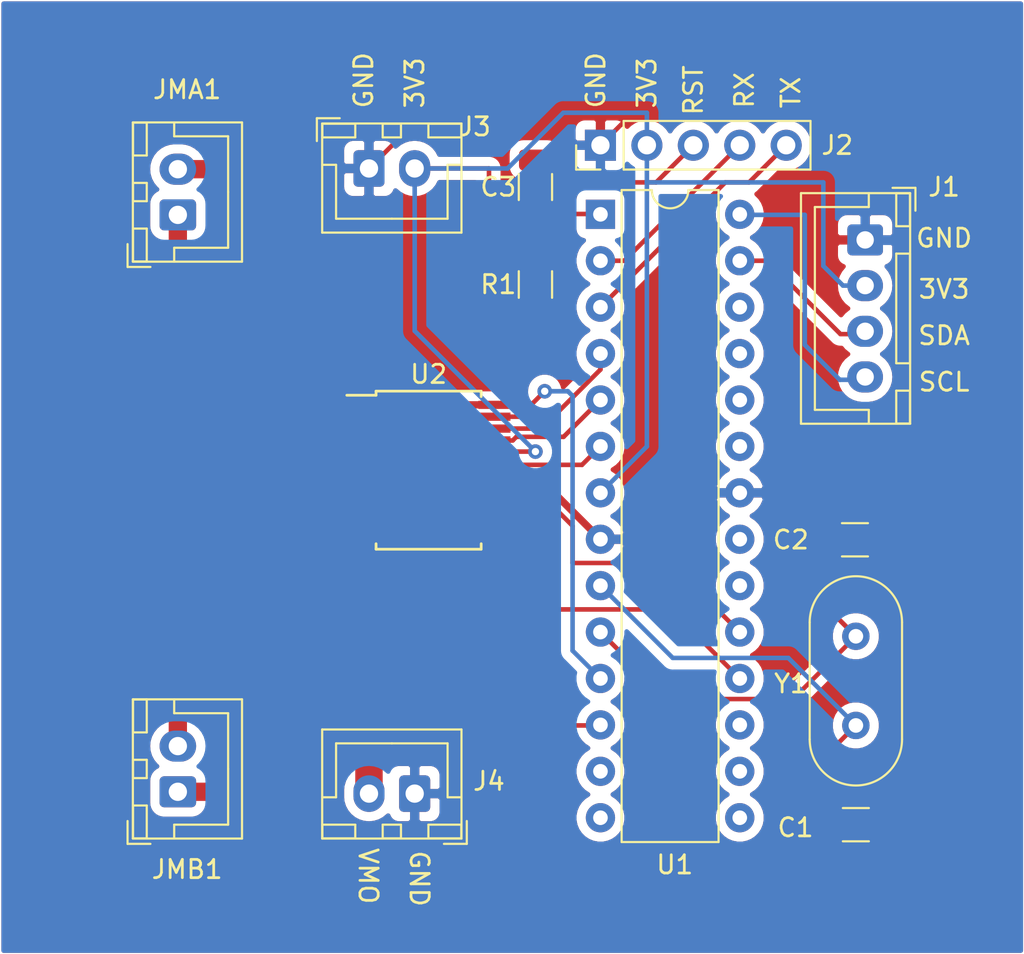
<source format=kicad_pcb>
(kicad_pcb (version 20171130) (host pcbnew 5.1.10)

  (general
    (thickness 1.6)
    (drawings 17)
    (tracks 163)
    (zones 0)
    (modules 13)
    (nets 23)
  )

  (page A4)
  (layers
    (0 F.Cu signal)
    (31 B.Cu signal)
    (32 B.Adhes user)
    (33 F.Adhes user)
    (34 B.Paste user)
    (35 F.Paste user)
    (36 B.SilkS user)
    (37 F.SilkS user)
    (38 B.Mask user)
    (39 F.Mask user)
    (40 Dwgs.User user)
    (41 Cmts.User user)
    (42 Eco1.User user)
    (43 Eco2.User user)
    (44 Edge.Cuts user)
    (45 Margin user)
    (46 B.CrtYd user)
    (47 F.CrtYd user)
    (48 B.Fab user)
    (49 F.Fab user)
  )

  (setup
    (last_trace_width 0.25)
    (user_trace_width 0.3)
    (user_trace_width 0.4)
    (user_trace_width 0.5)
    (user_trace_width 1)
    (user_trace_width 1.5)
    (user_trace_width 2)
    (trace_clearance 0.2)
    (zone_clearance 0.508)
    (zone_45_only no)
    (trace_min 0.2)
    (via_size 0.8)
    (via_drill 0.4)
    (via_min_size 0.4)
    (via_min_drill 0.3)
    (uvia_size 0.3)
    (uvia_drill 0.1)
    (uvias_allowed no)
    (uvia_min_size 0.2)
    (uvia_min_drill 0.1)
    (edge_width 0.05)
    (segment_width 0.2)
    (pcb_text_width 0.3)
    (pcb_text_size 1.5 1.5)
    (mod_edge_width 0.12)
    (mod_text_size 1 1)
    (mod_text_width 0.15)
    (pad_size 1.524 1.524)
    (pad_drill 0.762)
    (pad_to_mask_clearance 0)
    (aux_axis_origin 0 0)
    (visible_elements FFFFFF7F)
    (pcbplotparams
      (layerselection 0x010fc_ffffffff)
      (usegerberextensions false)
      (usegerberattributes true)
      (usegerberadvancedattributes true)
      (creategerberjobfile true)
      (excludeedgelayer true)
      (linewidth 0.100000)
      (plotframeref false)
      (viasonmask false)
      (mode 1)
      (useauxorigin false)
      (hpglpennumber 1)
      (hpglpenspeed 20)
      (hpglpendiameter 15.000000)
      (psnegative false)
      (psa4output false)
      (plotreference true)
      (plotvalue true)
      (plotinvisibletext false)
      (padsonsilk false)
      (subtractmaskfromsilk false)
      (outputformat 1)
      (mirror false)
      (drillshape 1)
      (scaleselection 1)
      (outputdirectory ""))
  )

  (net 0 "")
  (net 1 GND)
  (net 2 +3V3)
  (net 3 SCL)
  (net 4 SDA)
  (net 5 "Net-(C1-Pad1)")
  (net 6 "Net-(C2-Pad1)")
  (net 7 TX)
  (net 8 RX)
  (net 9 +9V)
  (net 10 "Net-(JMA1-Pad2)")
  (net 11 "Net-(JMA1-Pad1)")
  (net 12 "Net-(JMB1-Pad2)")
  (net 13 "Net-(JMB1-Pad1)")
  (net 14 /PWMB)
  (net 15 /PWMA)
  (net 16 /STBY)
  (net 17 /AIN2)
  (net 18 /AIN1)
  (net 19 /BIN2)
  (net 20 /BIN1)
  (net 21 "Net-(C3-Pad2)")
  (net 22 RST)

  (net_class Default "This is the default net class."
    (clearance 0.2)
    (trace_width 0.25)
    (via_dia 0.8)
    (via_drill 0.4)
    (uvia_dia 0.3)
    (uvia_drill 0.1)
    (add_net +3V3)
    (add_net +9V)
    (add_net /AIN1)
    (add_net /AIN2)
    (add_net /BIN1)
    (add_net /BIN2)
    (add_net /PWMA)
    (add_net /PWMB)
    (add_net /STBY)
    (add_net GND)
    (add_net "Net-(C1-Pad1)")
    (add_net "Net-(C2-Pad1)")
    (add_net "Net-(C3-Pad2)")
    (add_net "Net-(JMA1-Pad1)")
    (add_net "Net-(JMA1-Pad2)")
    (add_net "Net-(JMB1-Pad1)")
    (add_net "Net-(JMB1-Pad2)")
    (add_net RST)
    (add_net RX)
    (add_net SCL)
    (add_net SDA)
    (add_net TX)
  )

  (module Connector_PinHeader_2.54mm:PinHeader_1x05_P2.54mm_Vertical (layer F.Cu) (tedit 59FED5CC) (tstamp 61789432)
    (at 83.566 64.77 90)
    (descr "Through hole straight pin header, 1x05, 2.54mm pitch, single row")
    (tags "Through hole pin header THT 1x05 2.54mm single row")
    (path /617CEDCC)
    (fp_text reference J2 (at 0 12.954 180) (layer F.SilkS)
      (effects (font (size 1 1) (thickness 0.15)))
    )
    (fp_text value UART (at 0 12.49 90) (layer F.Fab)
      (effects (font (size 1 1) (thickness 0.15)))
    )
    (fp_text user %R (at 0 5.08) (layer F.Fab)
      (effects (font (size 1 1) (thickness 0.15)))
    )
    (fp_line (start -0.635 -1.27) (end 1.27 -1.27) (layer F.Fab) (width 0.1))
    (fp_line (start 1.27 -1.27) (end 1.27 11.43) (layer F.Fab) (width 0.1))
    (fp_line (start 1.27 11.43) (end -1.27 11.43) (layer F.Fab) (width 0.1))
    (fp_line (start -1.27 11.43) (end -1.27 -0.635) (layer F.Fab) (width 0.1))
    (fp_line (start -1.27 -0.635) (end -0.635 -1.27) (layer F.Fab) (width 0.1))
    (fp_line (start -1.33 11.49) (end 1.33 11.49) (layer F.SilkS) (width 0.12))
    (fp_line (start -1.33 1.27) (end -1.33 11.49) (layer F.SilkS) (width 0.12))
    (fp_line (start 1.33 1.27) (end 1.33 11.49) (layer F.SilkS) (width 0.12))
    (fp_line (start -1.33 1.27) (end 1.33 1.27) (layer F.SilkS) (width 0.12))
    (fp_line (start -1.33 0) (end -1.33 -1.33) (layer F.SilkS) (width 0.12))
    (fp_line (start -1.33 -1.33) (end 0 -1.33) (layer F.SilkS) (width 0.12))
    (fp_line (start -1.8 -1.8) (end -1.8 11.95) (layer F.CrtYd) (width 0.05))
    (fp_line (start -1.8 11.95) (end 1.8 11.95) (layer F.CrtYd) (width 0.05))
    (fp_line (start 1.8 11.95) (end 1.8 -1.8) (layer F.CrtYd) (width 0.05))
    (fp_line (start 1.8 -1.8) (end -1.8 -1.8) (layer F.CrtYd) (width 0.05))
    (pad 5 thru_hole oval (at 0 10.16 90) (size 1.7 1.7) (drill 1) (layers *.Cu *.Mask)
      (net 7 TX))
    (pad 4 thru_hole oval (at 0 7.62 90) (size 1.7 1.7) (drill 1) (layers *.Cu *.Mask)
      (net 8 RX))
    (pad 3 thru_hole oval (at 0 5.08 90) (size 1.7 1.7) (drill 1) (layers *.Cu *.Mask)
      (net 22 RST))
    (pad 2 thru_hole oval (at 0 2.54 90) (size 1.7 1.7) (drill 1) (layers *.Cu *.Mask)
      (net 2 +3V3))
    (pad 1 thru_hole rect (at 0 0 90) (size 1.7 1.7) (drill 1) (layers *.Cu *.Mask)
      (net 1 GND))
    (model ${KISYS3DMOD}/Connector_PinHeader_2.54mm.3dshapes/PinHeader_1x05_P2.54mm_Vertical.wrl
      (at (xyz 0 0 0))
      (scale (xyz 1 1 1))
      (rotate (xyz 0 0 0))
    )
  )

  (module Capacitor_SMD:C_1206_3216Metric (layer F.Cu) (tedit 5F68FEEE) (tstamp 61793280)
    (at 80.01 67.056 270)
    (descr "Capacitor SMD 1206 (3216 Metric), square (rectangular) end terminal, IPC_7351 nominal, (Body size source: IPC-SM-782 page 76, https://www.pcb-3d.com/wordpress/wp-content/uploads/ipc-sm-782a_amendment_1_and_2.pdf), generated with kicad-footprint-generator")
    (tags capacitor)
    (path /618EE590)
    (attr smd)
    (fp_text reference C3 (at 0 2.032 180) (layer F.SilkS)
      (effects (font (size 1 1) (thickness 0.15)))
    )
    (fp_text value 10nf (at 0 -1.778 90) (layer F.Fab)
      (effects (font (size 1 1) (thickness 0.15)))
    )
    (fp_text user %R (at 0 0 270) (layer F.Fab)
      (effects (font (size 0.8 0.8) (thickness 0.12)))
    )
    (fp_line (start -1.6 0.8) (end -1.6 -0.8) (layer F.Fab) (width 0.1))
    (fp_line (start -1.6 -0.8) (end 1.6 -0.8) (layer F.Fab) (width 0.1))
    (fp_line (start 1.6 -0.8) (end 1.6 0.8) (layer F.Fab) (width 0.1))
    (fp_line (start 1.6 0.8) (end -1.6 0.8) (layer F.Fab) (width 0.1))
    (fp_line (start -0.711252 -0.91) (end 0.711252 -0.91) (layer F.SilkS) (width 0.12))
    (fp_line (start -0.711252 0.91) (end 0.711252 0.91) (layer F.SilkS) (width 0.12))
    (fp_line (start -2.3 1.15) (end -2.3 -1.15) (layer F.CrtYd) (width 0.05))
    (fp_line (start -2.3 -1.15) (end 2.3 -1.15) (layer F.CrtYd) (width 0.05))
    (fp_line (start 2.3 -1.15) (end 2.3 1.15) (layer F.CrtYd) (width 0.05))
    (fp_line (start 2.3 1.15) (end -2.3 1.15) (layer F.CrtYd) (width 0.05))
    (pad 2 smd roundrect (at 1.475 0 270) (size 1.15 1.8) (layers F.Cu F.Paste F.Mask) (roundrect_rratio 0.217391)
      (net 21 "Net-(C3-Pad2)"))
    (pad 1 smd roundrect (at -1.475 0 270) (size 1.15 1.8) (layers F.Cu F.Paste F.Mask) (roundrect_rratio 0.217391)
      (net 22 RST))
    (model ${KISYS3DMOD}/Capacitor_SMD.3dshapes/C_1206_3216Metric.wrl
      (at (xyz 0 0 0))
      (scale (xyz 1 1 1))
      (rotate (xyz 0 0 0))
    )
  )

  (module Connector_JST:JST_XH_B2B-XH-A_1x02_P2.50mm_Vertical (layer F.Cu) (tedit 5C28146C) (tstamp 6178CD33)
    (at 60.452 68.58 90)
    (descr "JST XH series connector, B2B-XH-A (http://www.jst-mfg.com/product/pdf/eng/eXH.pdf), generated with kicad-footprint-generator")
    (tags "connector JST XH vertical")
    (path /618579E3)
    (fp_text reference JMA1 (at 6.858 0.508 -180) (layer F.SilkS)
      (effects (font (size 1 1) (thickness 0.15)))
    )
    (fp_text value MOUTA (at 1.25 4.6 90) (layer F.Fab)
      (effects (font (size 1 1) (thickness 0.15)))
    )
    (fp_text user %R (at 1.25 2.7 90) (layer F.Fab)
      (effects (font (size 1 1) (thickness 0.15)))
    )
    (fp_line (start -2.45 -2.35) (end -2.45 3.4) (layer F.Fab) (width 0.1))
    (fp_line (start -2.45 3.4) (end 4.95 3.4) (layer F.Fab) (width 0.1))
    (fp_line (start 4.95 3.4) (end 4.95 -2.35) (layer F.Fab) (width 0.1))
    (fp_line (start 4.95 -2.35) (end -2.45 -2.35) (layer F.Fab) (width 0.1))
    (fp_line (start -2.56 -2.46) (end -2.56 3.51) (layer F.SilkS) (width 0.12))
    (fp_line (start -2.56 3.51) (end 5.06 3.51) (layer F.SilkS) (width 0.12))
    (fp_line (start 5.06 3.51) (end 5.06 -2.46) (layer F.SilkS) (width 0.12))
    (fp_line (start 5.06 -2.46) (end -2.56 -2.46) (layer F.SilkS) (width 0.12))
    (fp_line (start -2.95 -2.85) (end -2.95 3.9) (layer F.CrtYd) (width 0.05))
    (fp_line (start -2.95 3.9) (end 5.45 3.9) (layer F.CrtYd) (width 0.05))
    (fp_line (start 5.45 3.9) (end 5.45 -2.85) (layer F.CrtYd) (width 0.05))
    (fp_line (start 5.45 -2.85) (end -2.95 -2.85) (layer F.CrtYd) (width 0.05))
    (fp_line (start -0.625 -2.35) (end 0 -1.35) (layer F.Fab) (width 0.1))
    (fp_line (start 0 -1.35) (end 0.625 -2.35) (layer F.Fab) (width 0.1))
    (fp_line (start 0.75 -2.45) (end 0.75 -1.7) (layer F.SilkS) (width 0.12))
    (fp_line (start 0.75 -1.7) (end 1.75 -1.7) (layer F.SilkS) (width 0.12))
    (fp_line (start 1.75 -1.7) (end 1.75 -2.45) (layer F.SilkS) (width 0.12))
    (fp_line (start 1.75 -2.45) (end 0.75 -2.45) (layer F.SilkS) (width 0.12))
    (fp_line (start -2.55 -2.45) (end -2.55 -1.7) (layer F.SilkS) (width 0.12))
    (fp_line (start -2.55 -1.7) (end -0.75 -1.7) (layer F.SilkS) (width 0.12))
    (fp_line (start -0.75 -1.7) (end -0.75 -2.45) (layer F.SilkS) (width 0.12))
    (fp_line (start -0.75 -2.45) (end -2.55 -2.45) (layer F.SilkS) (width 0.12))
    (fp_line (start 3.25 -2.45) (end 3.25 -1.7) (layer F.SilkS) (width 0.12))
    (fp_line (start 3.25 -1.7) (end 5.05 -1.7) (layer F.SilkS) (width 0.12))
    (fp_line (start 5.05 -1.7) (end 5.05 -2.45) (layer F.SilkS) (width 0.12))
    (fp_line (start 5.05 -2.45) (end 3.25 -2.45) (layer F.SilkS) (width 0.12))
    (fp_line (start -2.55 -0.2) (end -1.8 -0.2) (layer F.SilkS) (width 0.12))
    (fp_line (start -1.8 -0.2) (end -1.8 2.75) (layer F.SilkS) (width 0.12))
    (fp_line (start -1.8 2.75) (end 1.25 2.75) (layer F.SilkS) (width 0.12))
    (fp_line (start 5.05 -0.2) (end 4.3 -0.2) (layer F.SilkS) (width 0.12))
    (fp_line (start 4.3 -0.2) (end 4.3 2.75) (layer F.SilkS) (width 0.12))
    (fp_line (start 4.3 2.75) (end 1.25 2.75) (layer F.SilkS) (width 0.12))
    (fp_line (start -1.6 -2.75) (end -2.85 -2.75) (layer F.SilkS) (width 0.12))
    (fp_line (start -2.85 -2.75) (end -2.85 -1.5) (layer F.SilkS) (width 0.12))
    (pad 2 thru_hole oval (at 2.5 0 90) (size 1.7 2) (drill 1) (layers *.Cu *.Mask)
      (net 10 "Net-(JMA1-Pad2)"))
    (pad 1 thru_hole roundrect (at 0 0 90) (size 1.7 2) (drill 1) (layers *.Cu *.Mask) (roundrect_rratio 0.147059)
      (net 11 "Net-(JMA1-Pad1)"))
    (model ${KISYS3DMOD}/Connector_JST.3dshapes/JST_XH_B2B-XH-A_1x02_P2.50mm_Vertical.wrl
      (at (xyz 0 0 0))
      (scale (xyz 1 1 1))
      (rotate (xyz 0 0 0))
    )
  )

  (module Connector_JST:JST_XH_B2B-XH-A_1x02_P2.50mm_Vertical (layer F.Cu) (tedit 5C28146C) (tstamp 6178CD5C)
    (at 60.452 100.15 90)
    (descr "JST XH series connector, B2B-XH-A (http://www.jst-mfg.com/product/pdf/eng/eXH.pdf), generated with kicad-footprint-generator")
    (tags "connector JST XH vertical")
    (path /618476A6)
    (fp_text reference JMB1 (at -4.244 0.508 180) (layer F.SilkS)
      (effects (font (size 1 1) (thickness 0.15)))
    )
    (fp_text value MOUTB (at 1.25 4.6 90) (layer F.Fab)
      (effects (font (size 1 1) (thickness 0.15)))
    )
    (fp_text user %R (at 1.25 2.7 90) (layer F.Fab)
      (effects (font (size 1 1) (thickness 0.15)))
    )
    (fp_line (start -2.45 -2.35) (end -2.45 3.4) (layer F.Fab) (width 0.1))
    (fp_line (start -2.45 3.4) (end 4.95 3.4) (layer F.Fab) (width 0.1))
    (fp_line (start 4.95 3.4) (end 4.95 -2.35) (layer F.Fab) (width 0.1))
    (fp_line (start 4.95 -2.35) (end -2.45 -2.35) (layer F.Fab) (width 0.1))
    (fp_line (start -2.56 -2.46) (end -2.56 3.51) (layer F.SilkS) (width 0.12))
    (fp_line (start -2.56 3.51) (end 5.06 3.51) (layer F.SilkS) (width 0.12))
    (fp_line (start 5.06 3.51) (end 5.06 -2.46) (layer F.SilkS) (width 0.12))
    (fp_line (start 5.06 -2.46) (end -2.56 -2.46) (layer F.SilkS) (width 0.12))
    (fp_line (start -2.95 -2.85) (end -2.95 3.9) (layer F.CrtYd) (width 0.05))
    (fp_line (start -2.95 3.9) (end 5.45 3.9) (layer F.CrtYd) (width 0.05))
    (fp_line (start 5.45 3.9) (end 5.45 -2.85) (layer F.CrtYd) (width 0.05))
    (fp_line (start 5.45 -2.85) (end -2.95 -2.85) (layer F.CrtYd) (width 0.05))
    (fp_line (start -0.625 -2.35) (end 0 -1.35) (layer F.Fab) (width 0.1))
    (fp_line (start 0 -1.35) (end 0.625 -2.35) (layer F.Fab) (width 0.1))
    (fp_line (start 0.75 -2.45) (end 0.75 -1.7) (layer F.SilkS) (width 0.12))
    (fp_line (start 0.75 -1.7) (end 1.75 -1.7) (layer F.SilkS) (width 0.12))
    (fp_line (start 1.75 -1.7) (end 1.75 -2.45) (layer F.SilkS) (width 0.12))
    (fp_line (start 1.75 -2.45) (end 0.75 -2.45) (layer F.SilkS) (width 0.12))
    (fp_line (start -2.55 -2.45) (end -2.55 -1.7) (layer F.SilkS) (width 0.12))
    (fp_line (start -2.55 -1.7) (end -0.75 -1.7) (layer F.SilkS) (width 0.12))
    (fp_line (start -0.75 -1.7) (end -0.75 -2.45) (layer F.SilkS) (width 0.12))
    (fp_line (start -0.75 -2.45) (end -2.55 -2.45) (layer F.SilkS) (width 0.12))
    (fp_line (start 3.25 -2.45) (end 3.25 -1.7) (layer F.SilkS) (width 0.12))
    (fp_line (start 3.25 -1.7) (end 5.05 -1.7) (layer F.SilkS) (width 0.12))
    (fp_line (start 5.05 -1.7) (end 5.05 -2.45) (layer F.SilkS) (width 0.12))
    (fp_line (start 5.05 -2.45) (end 3.25 -2.45) (layer F.SilkS) (width 0.12))
    (fp_line (start -2.55 -0.2) (end -1.8 -0.2) (layer F.SilkS) (width 0.12))
    (fp_line (start -1.8 -0.2) (end -1.8 2.75) (layer F.SilkS) (width 0.12))
    (fp_line (start -1.8 2.75) (end 1.25 2.75) (layer F.SilkS) (width 0.12))
    (fp_line (start 5.05 -0.2) (end 4.3 -0.2) (layer F.SilkS) (width 0.12))
    (fp_line (start 4.3 -0.2) (end 4.3 2.75) (layer F.SilkS) (width 0.12))
    (fp_line (start 4.3 2.75) (end 1.25 2.75) (layer F.SilkS) (width 0.12))
    (fp_line (start -1.6 -2.75) (end -2.85 -2.75) (layer F.SilkS) (width 0.12))
    (fp_line (start -2.85 -2.75) (end -2.85 -1.5) (layer F.SilkS) (width 0.12))
    (pad 2 thru_hole oval (at 2.5 0 90) (size 1.7 2) (drill 1) (layers *.Cu *.Mask)
      (net 12 "Net-(JMB1-Pad2)"))
    (pad 1 thru_hole roundrect (at 0 0 90) (size 1.7 2) (drill 1) (layers *.Cu *.Mask) (roundrect_rratio 0.147059)
      (net 13 "Net-(JMB1-Pad1)"))
    (model ${KISYS3DMOD}/Connector_JST.3dshapes/JST_XH_B2B-XH-A_1x02_P2.50mm_Vertical.wrl
      (at (xyz 0 0 0))
      (scale (xyz 1 1 1))
      (rotate (xyz 0 0 0))
    )
  )

  (module Package_SO:SSOP-24_5.3x8.2mm_P0.65mm (layer F.Cu) (tedit 5A02F25C) (tstamp 6178B459)
    (at 74.168 82.55)
    (descr "24-Lead Plastic Shrink Small Outline (SS)-5.30 mm Body [SSOP] (see Microchip Packaging Specification 00000049BS.pdf)")
    (tags "SSOP 0.65")
    (path /618164D4)
    (attr smd)
    (fp_text reference U2 (at 0 -5.25) (layer F.SilkS)
      (effects (font (size 1 1) (thickness 0.15)))
    )
    (fp_text value TB6612FNG (at 0 5.25) (layer F.Fab)
      (effects (font (size 1 1) (thickness 0.15)))
    )
    (fp_text user %R (at 0 0) (layer F.Fab)
      (effects (font (size 0.8 0.8) (thickness 0.15)))
    )
    (fp_line (start -1.65 -4.1) (end 2.65 -4.1) (layer F.Fab) (width 0.15))
    (fp_line (start 2.65 -4.1) (end 2.65 4.1) (layer F.Fab) (width 0.15))
    (fp_line (start 2.65 4.1) (end -2.65 4.1) (layer F.Fab) (width 0.15))
    (fp_line (start -2.65 4.1) (end -2.65 -3.1) (layer F.Fab) (width 0.15))
    (fp_line (start -2.65 -3.1) (end -1.65 -4.1) (layer F.Fab) (width 0.15))
    (fp_line (start -4.75 -4.5) (end -4.75 4.5) (layer F.CrtYd) (width 0.05))
    (fp_line (start 4.75 -4.5) (end 4.75 4.5) (layer F.CrtYd) (width 0.05))
    (fp_line (start -4.75 -4.5) (end 4.75 -4.5) (layer F.CrtYd) (width 0.05))
    (fp_line (start -4.75 4.5) (end 4.75 4.5) (layer F.CrtYd) (width 0.05))
    (fp_line (start -2.875 -4.325) (end -2.875 -4.1) (layer F.SilkS) (width 0.15))
    (fp_line (start 2.875 -4.325) (end 2.875 -4.025) (layer F.SilkS) (width 0.15))
    (fp_line (start 2.875 4.325) (end 2.875 4.025) (layer F.SilkS) (width 0.15))
    (fp_line (start -2.875 4.325) (end -2.875 4.025) (layer F.SilkS) (width 0.15))
    (fp_line (start -2.875 -4.325) (end 2.875 -4.325) (layer F.SilkS) (width 0.15))
    (fp_line (start -2.875 4.325) (end 2.875 4.325) (layer F.SilkS) (width 0.15))
    (fp_line (start -2.875 -4.1) (end -4.475 -4.1) (layer F.SilkS) (width 0.15))
    (pad 24 smd rect (at 3.6 -3.575) (size 1.75 0.45) (layers F.Cu F.Paste F.Mask)
      (net 9 +9V))
    (pad 23 smd rect (at 3.6 -2.925) (size 1.75 0.45) (layers F.Cu F.Paste F.Mask)
      (net 15 /PWMA))
    (pad 22 smd rect (at 3.6 -2.275) (size 1.75 0.45) (layers F.Cu F.Paste F.Mask)
      (net 17 /AIN2))
    (pad 21 smd rect (at 3.6 -1.625) (size 1.75 0.45) (layers F.Cu F.Paste F.Mask)
      (net 18 /AIN1))
    (pad 20 smd rect (at 3.6 -0.975) (size 1.75 0.45) (layers F.Cu F.Paste F.Mask)
      (net 2 +3V3))
    (pad 19 smd rect (at 3.6 -0.325) (size 1.75 0.45) (layers F.Cu F.Paste F.Mask)
      (net 16 /STBY))
    (pad 18 smd rect (at 3.6 0.325) (size 1.75 0.45) (layers F.Cu F.Paste F.Mask)
      (net 1 GND))
    (pad 17 smd rect (at 3.6 0.975) (size 1.75 0.45) (layers F.Cu F.Paste F.Mask)
      (net 20 /BIN1))
    (pad 16 smd rect (at 3.6 1.625) (size 1.75 0.45) (layers F.Cu F.Paste F.Mask)
      (net 19 /BIN2))
    (pad 15 smd rect (at 3.6 2.275) (size 1.75 0.45) (layers F.Cu F.Paste F.Mask)
      (net 14 /PWMB))
    (pad 14 smd rect (at 3.6 2.925) (size 1.75 0.45) (layers F.Cu F.Paste F.Mask)
      (net 9 +9V))
    (pad 13 smd rect (at 3.6 3.575) (size 1.75 0.45) (layers F.Cu F.Paste F.Mask)
      (net 9 +9V))
    (pad 12 smd rect (at -3.6 3.575) (size 1.75 0.45) (layers F.Cu F.Paste F.Mask)
      (net 13 "Net-(JMB1-Pad1)"))
    (pad 11 smd rect (at -3.6 2.925) (size 1.75 0.45) (layers F.Cu F.Paste F.Mask)
      (net 13 "Net-(JMB1-Pad1)"))
    (pad 10 smd rect (at -3.6 2.275) (size 1.75 0.45) (layers F.Cu F.Paste F.Mask)
      (net 1 GND))
    (pad 9 smd rect (at -3.6 1.625) (size 1.75 0.45) (layers F.Cu F.Paste F.Mask)
      (net 1 GND))
    (pad 8 smd rect (at -3.6 0.975) (size 1.75 0.45) (layers F.Cu F.Paste F.Mask)
      (net 12 "Net-(JMB1-Pad2)"))
    (pad 7 smd rect (at -3.6 0.325) (size 1.75 0.45) (layers F.Cu F.Paste F.Mask)
      (net 12 "Net-(JMB1-Pad2)"))
    (pad 6 smd rect (at -3.6 -0.325) (size 1.75 0.45) (layers F.Cu F.Paste F.Mask)
      (net 11 "Net-(JMA1-Pad1)"))
    (pad 5 smd rect (at -3.6 -0.975) (size 1.75 0.45) (layers F.Cu F.Paste F.Mask)
      (net 11 "Net-(JMA1-Pad1)"))
    (pad 4 smd rect (at -3.6 -1.625) (size 1.75 0.45) (layers F.Cu F.Paste F.Mask)
      (net 1 GND))
    (pad 3 smd rect (at -3.6 -2.275) (size 1.75 0.45) (layers F.Cu F.Paste F.Mask)
      (net 1 GND))
    (pad 2 smd rect (at -3.6 -2.925) (size 1.75 0.45) (layers F.Cu F.Paste F.Mask)
      (net 10 "Net-(JMA1-Pad2)"))
    (pad 1 smd rect (at -3.6 -3.575) (size 1.75 0.45) (layers F.Cu F.Paste F.Mask)
      (net 10 "Net-(JMA1-Pad2)"))
    (model ${KISYS3DMOD}/Package_SO.3dshapes/SSOP-24_5.3x8.2mm_P0.65mm.wrl
      (at (xyz 0 0 0))
      (scale (xyz 1 1 1))
      (rotate (xyz 0 0 0))
    )
  )

  (module Connector_JST:JST_XH_B2B-XH-A_1x02_P2.50mm_Vertical (layer F.Cu) (tedit 5C28146C) (tstamp 6178B3AE)
    (at 73.406 100.25 180)
    (descr "JST XH series connector, B2B-XH-A (http://www.jst-mfg.com/product/pdf/eng/eXH.pdf), generated with kicad-footprint-generator")
    (tags "connector JST XH vertical")
    (path /61819E97)
    (fp_text reference J4 (at -4.064 0.682) (layer F.SilkS)
      (effects (font (size 1 1) (thickness 0.15)))
    )
    (fp_text value 9VIN (at 1.25 4.6) (layer F.Fab)
      (effects (font (size 1 1) (thickness 0.15)))
    )
    (fp_text user %R (at 1.25 2.7) (layer F.Fab)
      (effects (font (size 1 1) (thickness 0.15)))
    )
    (fp_line (start -2.45 -2.35) (end -2.45 3.4) (layer F.Fab) (width 0.1))
    (fp_line (start -2.45 3.4) (end 4.95 3.4) (layer F.Fab) (width 0.1))
    (fp_line (start 4.95 3.4) (end 4.95 -2.35) (layer F.Fab) (width 0.1))
    (fp_line (start 4.95 -2.35) (end -2.45 -2.35) (layer F.Fab) (width 0.1))
    (fp_line (start -2.56 -2.46) (end -2.56 3.51) (layer F.SilkS) (width 0.12))
    (fp_line (start -2.56 3.51) (end 5.06 3.51) (layer F.SilkS) (width 0.12))
    (fp_line (start 5.06 3.51) (end 5.06 -2.46) (layer F.SilkS) (width 0.12))
    (fp_line (start 5.06 -2.46) (end -2.56 -2.46) (layer F.SilkS) (width 0.12))
    (fp_line (start -2.95 -2.85) (end -2.95 3.9) (layer F.CrtYd) (width 0.05))
    (fp_line (start -2.95 3.9) (end 5.45 3.9) (layer F.CrtYd) (width 0.05))
    (fp_line (start 5.45 3.9) (end 5.45 -2.85) (layer F.CrtYd) (width 0.05))
    (fp_line (start 5.45 -2.85) (end -2.95 -2.85) (layer F.CrtYd) (width 0.05))
    (fp_line (start -0.625 -2.35) (end 0 -1.35) (layer F.Fab) (width 0.1))
    (fp_line (start 0 -1.35) (end 0.625 -2.35) (layer F.Fab) (width 0.1))
    (fp_line (start 0.75 -2.45) (end 0.75 -1.7) (layer F.SilkS) (width 0.12))
    (fp_line (start 0.75 -1.7) (end 1.75 -1.7) (layer F.SilkS) (width 0.12))
    (fp_line (start 1.75 -1.7) (end 1.75 -2.45) (layer F.SilkS) (width 0.12))
    (fp_line (start 1.75 -2.45) (end 0.75 -2.45) (layer F.SilkS) (width 0.12))
    (fp_line (start -2.55 -2.45) (end -2.55 -1.7) (layer F.SilkS) (width 0.12))
    (fp_line (start -2.55 -1.7) (end -0.75 -1.7) (layer F.SilkS) (width 0.12))
    (fp_line (start -0.75 -1.7) (end -0.75 -2.45) (layer F.SilkS) (width 0.12))
    (fp_line (start -0.75 -2.45) (end -2.55 -2.45) (layer F.SilkS) (width 0.12))
    (fp_line (start 3.25 -2.45) (end 3.25 -1.7) (layer F.SilkS) (width 0.12))
    (fp_line (start 3.25 -1.7) (end 5.05 -1.7) (layer F.SilkS) (width 0.12))
    (fp_line (start 5.05 -1.7) (end 5.05 -2.45) (layer F.SilkS) (width 0.12))
    (fp_line (start 5.05 -2.45) (end 3.25 -2.45) (layer F.SilkS) (width 0.12))
    (fp_line (start -2.55 -0.2) (end -1.8 -0.2) (layer F.SilkS) (width 0.12))
    (fp_line (start -1.8 -0.2) (end -1.8 2.75) (layer F.SilkS) (width 0.12))
    (fp_line (start -1.8 2.75) (end 1.25 2.75) (layer F.SilkS) (width 0.12))
    (fp_line (start 5.05 -0.2) (end 4.3 -0.2) (layer F.SilkS) (width 0.12))
    (fp_line (start 4.3 -0.2) (end 4.3 2.75) (layer F.SilkS) (width 0.12))
    (fp_line (start 4.3 2.75) (end 1.25 2.75) (layer F.SilkS) (width 0.12))
    (fp_line (start -1.6 -2.75) (end -2.85 -2.75) (layer F.SilkS) (width 0.12))
    (fp_line (start -2.85 -2.75) (end -2.85 -1.5) (layer F.SilkS) (width 0.12))
    (pad 2 thru_hole oval (at 2.5 0 180) (size 1.7 2) (drill 1) (layers *.Cu *.Mask)
      (net 9 +9V))
    (pad 1 thru_hole roundrect (at 0 0 180) (size 1.7 2) (drill 1) (layers *.Cu *.Mask) (roundrect_rratio 0.147059)
      (net 1 GND))
    (model ${KISYS3DMOD}/Connector_JST.3dshapes/JST_XH_B2B-XH-A_1x02_P2.50mm_Vertical.wrl
      (at (xyz 0 0 0))
      (scale (xyz 1 1 1))
      (rotate (xyz 0 0 0))
    )
  )

  (module Resistor_SMD:R_1206_3216Metric (layer F.Cu) (tedit 5F68FEEE) (tstamp 6178AA6C)
    (at 80.01 72.39 90)
    (descr "Resistor SMD 1206 (3216 Metric), square (rectangular) end terminal, IPC_7351 nominal, (Body size source: IPC-SM-782 page 72, https://www.pcb-3d.com/wordpress/wp-content/uploads/ipc-sm-782a_amendment_1_and_2.pdf), generated with kicad-footprint-generator")
    (tags resistor)
    (path /617FB5F9)
    (attr smd)
    (fp_text reference R1 (at 0 -2.032 180) (layer F.SilkS)
      (effects (font (size 1 1) (thickness 0.15)))
    )
    (fp_text value 10k (at 0 1.82 90) (layer F.Fab)
      (effects (font (size 1 1) (thickness 0.15)))
    )
    (fp_text user %R (at 0 0 90) (layer F.Fab)
      (effects (font (size 0.8 0.8) (thickness 0.12)))
    )
    (fp_line (start -1.6 0.8) (end -1.6 -0.8) (layer F.Fab) (width 0.1))
    (fp_line (start -1.6 -0.8) (end 1.6 -0.8) (layer F.Fab) (width 0.1))
    (fp_line (start 1.6 -0.8) (end 1.6 0.8) (layer F.Fab) (width 0.1))
    (fp_line (start 1.6 0.8) (end -1.6 0.8) (layer F.Fab) (width 0.1))
    (fp_line (start -0.727064 -0.91) (end 0.727064 -0.91) (layer F.SilkS) (width 0.12))
    (fp_line (start -0.727064 0.91) (end 0.727064 0.91) (layer F.SilkS) (width 0.12))
    (fp_line (start -2.28 1.12) (end -2.28 -1.12) (layer F.CrtYd) (width 0.05))
    (fp_line (start -2.28 -1.12) (end 2.28 -1.12) (layer F.CrtYd) (width 0.05))
    (fp_line (start 2.28 -1.12) (end 2.28 1.12) (layer F.CrtYd) (width 0.05))
    (fp_line (start 2.28 1.12) (end -2.28 1.12) (layer F.CrtYd) (width 0.05))
    (pad 2 smd roundrect (at 1.4625 0 90) (size 1.125 1.75) (layers F.Cu F.Paste F.Mask) (roundrect_rratio 0.222222)
      (net 21 "Net-(C3-Pad2)"))
    (pad 1 smd roundrect (at -1.4625 0 90) (size 1.125 1.75) (layers F.Cu F.Paste F.Mask) (roundrect_rratio 0.222222)
      (net 2 +3V3))
    (model ${KISYS3DMOD}/Resistor_SMD.3dshapes/R_1206_3216Metric.wrl
      (at (xyz 0 0 0))
      (scale (xyz 1 1 1))
      (rotate (xyz 0 0 0))
    )
  )

  (module Connector_JST:JST_XH_B2B-XH-A_1x02_P2.50mm_Vertical (layer F.Cu) (tedit 5C28146C) (tstamp 6178A5B0)
    (at 70.906 66.04)
    (descr "JST XH series connector, B2B-XH-A (http://www.jst-mfg.com/product/pdf/eng/eXH.pdf), generated with kicad-footprint-generator")
    (tags "connector JST XH vertical")
    (path /617ED96B)
    (fp_text reference J3 (at 5.802 -2.286) (layer F.SilkS)
      (effects (font (size 1 1) (thickness 0.15)))
    )
    (fp_text value 3V3IN (at 1.25 4.6) (layer F.Fab)
      (effects (font (size 1 1) (thickness 0.15)))
    )
    (fp_text user %R (at 1.25 2.7) (layer F.Fab)
      (effects (font (size 1 1) (thickness 0.15)))
    )
    (fp_line (start -2.45 -2.35) (end -2.45 3.4) (layer F.Fab) (width 0.1))
    (fp_line (start -2.45 3.4) (end 4.95 3.4) (layer F.Fab) (width 0.1))
    (fp_line (start 4.95 3.4) (end 4.95 -2.35) (layer F.Fab) (width 0.1))
    (fp_line (start 4.95 -2.35) (end -2.45 -2.35) (layer F.Fab) (width 0.1))
    (fp_line (start -2.56 -2.46) (end -2.56 3.51) (layer F.SilkS) (width 0.12))
    (fp_line (start -2.56 3.51) (end 5.06 3.51) (layer F.SilkS) (width 0.12))
    (fp_line (start 5.06 3.51) (end 5.06 -2.46) (layer F.SilkS) (width 0.12))
    (fp_line (start 5.06 -2.46) (end -2.56 -2.46) (layer F.SilkS) (width 0.12))
    (fp_line (start -2.95 -2.85) (end -2.95 3.9) (layer F.CrtYd) (width 0.05))
    (fp_line (start -2.95 3.9) (end 5.45 3.9) (layer F.CrtYd) (width 0.05))
    (fp_line (start 5.45 3.9) (end 5.45 -2.85) (layer F.CrtYd) (width 0.05))
    (fp_line (start 5.45 -2.85) (end -2.95 -2.85) (layer F.CrtYd) (width 0.05))
    (fp_line (start -0.625 -2.35) (end 0 -1.35) (layer F.Fab) (width 0.1))
    (fp_line (start 0 -1.35) (end 0.625 -2.35) (layer F.Fab) (width 0.1))
    (fp_line (start 0.75 -2.45) (end 0.75 -1.7) (layer F.SilkS) (width 0.12))
    (fp_line (start 0.75 -1.7) (end 1.75 -1.7) (layer F.SilkS) (width 0.12))
    (fp_line (start 1.75 -1.7) (end 1.75 -2.45) (layer F.SilkS) (width 0.12))
    (fp_line (start 1.75 -2.45) (end 0.75 -2.45) (layer F.SilkS) (width 0.12))
    (fp_line (start -2.55 -2.45) (end -2.55 -1.7) (layer F.SilkS) (width 0.12))
    (fp_line (start -2.55 -1.7) (end -0.75 -1.7) (layer F.SilkS) (width 0.12))
    (fp_line (start -0.75 -1.7) (end -0.75 -2.45) (layer F.SilkS) (width 0.12))
    (fp_line (start -0.75 -2.45) (end -2.55 -2.45) (layer F.SilkS) (width 0.12))
    (fp_line (start 3.25 -2.45) (end 3.25 -1.7) (layer F.SilkS) (width 0.12))
    (fp_line (start 3.25 -1.7) (end 5.05 -1.7) (layer F.SilkS) (width 0.12))
    (fp_line (start 5.05 -1.7) (end 5.05 -2.45) (layer F.SilkS) (width 0.12))
    (fp_line (start 5.05 -2.45) (end 3.25 -2.45) (layer F.SilkS) (width 0.12))
    (fp_line (start -2.55 -0.2) (end -1.8 -0.2) (layer F.SilkS) (width 0.12))
    (fp_line (start -1.8 -0.2) (end -1.8 2.75) (layer F.SilkS) (width 0.12))
    (fp_line (start -1.8 2.75) (end 1.25 2.75) (layer F.SilkS) (width 0.12))
    (fp_line (start 5.05 -0.2) (end 4.3 -0.2) (layer F.SilkS) (width 0.12))
    (fp_line (start 4.3 -0.2) (end 4.3 2.75) (layer F.SilkS) (width 0.12))
    (fp_line (start 4.3 2.75) (end 1.25 2.75) (layer F.SilkS) (width 0.12))
    (fp_line (start -1.6 -2.75) (end -2.85 -2.75) (layer F.SilkS) (width 0.12))
    (fp_line (start -2.85 -2.75) (end -2.85 -1.5) (layer F.SilkS) (width 0.12))
    (pad 2 thru_hole oval (at 2.5 0) (size 1.7 2) (drill 1) (layers *.Cu *.Mask)
      (net 2 +3V3))
    (pad 1 thru_hole roundrect (at 0 0) (size 1.7 2) (drill 1) (layers *.Cu *.Mask) (roundrect_rratio 0.147059)
      (net 1 GND))
    (model ${KISYS3DMOD}/Connector_JST.3dshapes/JST_XH_B2B-XH-A_1x02_P2.50mm_Vertical.wrl
      (at (xyz 0 0 0))
      (scale (xyz 1 1 1))
      (rotate (xyz 0 0 0))
    )
  )

  (module Package_DIP:DIP-28_W7.62mm (layer F.Cu) (tedit 5A02E8C5) (tstamp 617860AE)
    (at 83.566 68.55)
    (descr "28-lead though-hole mounted DIP package, row spacing 7.62 mm (300 mils)")
    (tags "THT DIP DIL PDIP 2.54mm 7.62mm 300mil")
    (path /6177F61E)
    (fp_text reference U1 (at 4.064 35.59) (layer F.SilkS)
      (effects (font (size 1 1) (thickness 0.15)))
    )
    (fp_text value ATmega328P-PU (at 3.81 35.35) (layer F.Fab)
      (effects (font (size 1 1) (thickness 0.15)))
    )
    (fp_text user %R (at 6.858 -2.256) (layer F.Fab)
      (effects (font (size 1 1) (thickness 0.15)))
    )
    (fp_arc (start 3.81 -1.33) (end 2.81 -1.33) (angle -180) (layer F.SilkS) (width 0.12))
    (fp_line (start 1.635 -1.27) (end 6.985 -1.27) (layer F.Fab) (width 0.1))
    (fp_line (start 6.985 -1.27) (end 6.985 34.29) (layer F.Fab) (width 0.1))
    (fp_line (start 6.985 34.29) (end 0.635 34.29) (layer F.Fab) (width 0.1))
    (fp_line (start 0.635 34.29) (end 0.635 -0.27) (layer F.Fab) (width 0.1))
    (fp_line (start 0.635 -0.27) (end 1.635 -1.27) (layer F.Fab) (width 0.1))
    (fp_line (start 2.81 -1.33) (end 1.16 -1.33) (layer F.SilkS) (width 0.12))
    (fp_line (start 1.16 -1.33) (end 1.16 34.35) (layer F.SilkS) (width 0.12))
    (fp_line (start 1.16 34.35) (end 6.46 34.35) (layer F.SilkS) (width 0.12))
    (fp_line (start 6.46 34.35) (end 6.46 -1.33) (layer F.SilkS) (width 0.12))
    (fp_line (start 6.46 -1.33) (end 4.81 -1.33) (layer F.SilkS) (width 0.12))
    (fp_line (start -1.1 -1.55) (end -1.1 34.55) (layer F.CrtYd) (width 0.05))
    (fp_line (start -1.1 34.55) (end 8.7 34.55) (layer F.CrtYd) (width 0.05))
    (fp_line (start 8.7 34.55) (end 8.7 -1.55) (layer F.CrtYd) (width 0.05))
    (fp_line (start 8.7 -1.55) (end -1.1 -1.55) (layer F.CrtYd) (width 0.05))
    (pad 28 thru_hole oval (at 7.62 0) (size 1.6 1.6) (drill 0.8) (layers *.Cu *.Mask)
      (net 3 SCL))
    (pad 14 thru_hole oval (at 0 33.02) (size 1.6 1.6) (drill 0.8) (layers *.Cu *.Mask))
    (pad 27 thru_hole oval (at 7.62 2.54) (size 1.6 1.6) (drill 0.8) (layers *.Cu *.Mask)
      (net 4 SDA))
    (pad 13 thru_hole oval (at 0 30.48) (size 1.6 1.6) (drill 0.8) (layers *.Cu *.Mask))
    (pad 26 thru_hole oval (at 7.62 5.08) (size 1.6 1.6) (drill 0.8) (layers *.Cu *.Mask))
    (pad 12 thru_hole oval (at 0 27.94) (size 1.6 1.6) (drill 0.8) (layers *.Cu *.Mask)
      (net 14 /PWMB))
    (pad 25 thru_hole oval (at 7.62 7.62) (size 1.6 1.6) (drill 0.8) (layers *.Cu *.Mask))
    (pad 11 thru_hole oval (at 0 25.4) (size 1.6 1.6) (drill 0.8) (layers *.Cu *.Mask)
      (net 15 /PWMA))
    (pad 24 thru_hole oval (at 7.62 10.16) (size 1.6 1.6) (drill 0.8) (layers *.Cu *.Mask))
    (pad 10 thru_hole oval (at 0 22.86) (size 1.6 1.6) (drill 0.8) (layers *.Cu *.Mask)
      (net 6 "Net-(C2-Pad1)"))
    (pad 23 thru_hole oval (at 7.62 12.7) (size 1.6 1.6) (drill 0.8) (layers *.Cu *.Mask))
    (pad 9 thru_hole oval (at 0 20.32) (size 1.6 1.6) (drill 0.8) (layers *.Cu *.Mask)
      (net 5 "Net-(C1-Pad1)"))
    (pad 22 thru_hole oval (at 7.62 15.24) (size 1.6 1.6) (drill 0.8) (layers *.Cu *.Mask)
      (net 1 GND))
    (pad 8 thru_hole oval (at 0 17.78) (size 1.6 1.6) (drill 0.8) (layers *.Cu *.Mask)
      (net 1 GND))
    (pad 21 thru_hole oval (at 7.62 17.78) (size 1.6 1.6) (drill 0.8) (layers *.Cu *.Mask))
    (pad 7 thru_hole oval (at 0 15.24) (size 1.6 1.6) (drill 0.8) (layers *.Cu *.Mask)
      (net 2 +3V3))
    (pad 20 thru_hole oval (at 7.62 20.32) (size 1.6 1.6) (drill 0.8) (layers *.Cu *.Mask))
    (pad 6 thru_hole oval (at 0 12.7) (size 1.6 1.6) (drill 0.8) (layers *.Cu *.Mask)
      (net 16 /STBY))
    (pad 19 thru_hole oval (at 7.62 22.86) (size 1.6 1.6) (drill 0.8) (layers *.Cu *.Mask)
      (net 20 /BIN1))
    (pad 5 thru_hole oval (at 0 10.16) (size 1.6 1.6) (drill 0.8) (layers *.Cu *.Mask)
      (net 18 /AIN1))
    (pad 18 thru_hole oval (at 7.62 25.4) (size 1.6 1.6) (drill 0.8) (layers *.Cu *.Mask)
      (net 19 /BIN2))
    (pad 4 thru_hole oval (at 0 7.62) (size 1.6 1.6) (drill 0.8) (layers *.Cu *.Mask)
      (net 17 /AIN2))
    (pad 17 thru_hole oval (at 7.62 27.94) (size 1.6 1.6) (drill 0.8) (layers *.Cu *.Mask))
    (pad 3 thru_hole oval (at 0 5.08) (size 1.6 1.6) (drill 0.8) (layers *.Cu *.Mask)
      (net 7 TX))
    (pad 16 thru_hole oval (at 7.62 30.48) (size 1.6 1.6) (drill 0.8) (layers *.Cu *.Mask))
    (pad 2 thru_hole oval (at 0 2.54) (size 1.6 1.6) (drill 0.8) (layers *.Cu *.Mask)
      (net 8 RX))
    (pad 15 thru_hole oval (at 7.62 33.02) (size 1.6 1.6) (drill 0.8) (layers *.Cu *.Mask))
    (pad 1 thru_hole rect (at 0 0) (size 1.6 1.6) (drill 0.8) (layers *.Cu *.Mask)
      (net 21 "Net-(C3-Pad2)"))
    (model ${KISYS3DMOD}/Package_DIP.3dshapes/DIP-28_W7.62mm.wrl
      (at (xyz 0 0 0))
      (scale (xyz 1 1 1))
      (rotate (xyz 0 0 0))
    )
  )

  (module Crystal:Crystal_HC49-4H_Vertical (layer F.Cu) (tedit 5A1AD3B7) (tstamp 61787A06)
    (at 97.536 96.52 90)
    (descr "Crystal THT HC-49-4H http://5hertz.com/pdfs/04404_D.pdf")
    (tags "THT crystalHC-49-4H")
    (path /617AE457)
    (fp_text reference Y1 (at 2.286 -3.556 180) (layer F.SilkS)
      (effects (font (size 1 1) (thickness 0.15)))
    )
    (fp_text value 16MHz (at 2.44 3.525 90) (layer F.Fab)
      (effects (font (size 1 1) (thickness 0.15)))
    )
    (fp_arc (start 5.64 0) (end 5.64 -2.525) (angle 180) (layer F.SilkS) (width 0.12))
    (fp_arc (start -0.76 0) (end -0.76 -2.525) (angle -180) (layer F.SilkS) (width 0.12))
    (fp_arc (start 5.44 0) (end 5.44 -2) (angle 180) (layer F.Fab) (width 0.1))
    (fp_arc (start -0.56 0) (end -0.56 -2) (angle -180) (layer F.Fab) (width 0.1))
    (fp_arc (start 5.64 0) (end 5.64 -2.325) (angle 180) (layer F.Fab) (width 0.1))
    (fp_arc (start -0.76 0) (end -0.76 -2.325) (angle -180) (layer F.Fab) (width 0.1))
    (fp_text user %R (at 2.44 0 90) (layer F.Fab)
      (effects (font (size 1 1) (thickness 0.15)))
    )
    (fp_line (start -0.76 -2.325) (end 5.64 -2.325) (layer F.Fab) (width 0.1))
    (fp_line (start -0.76 2.325) (end 5.64 2.325) (layer F.Fab) (width 0.1))
    (fp_line (start -0.56 -2) (end 5.44 -2) (layer F.Fab) (width 0.1))
    (fp_line (start -0.56 2) (end 5.44 2) (layer F.Fab) (width 0.1))
    (fp_line (start -0.76 -2.525) (end 5.64 -2.525) (layer F.SilkS) (width 0.12))
    (fp_line (start -0.76 2.525) (end 5.64 2.525) (layer F.SilkS) (width 0.12))
    (fp_line (start -3.6 -2.8) (end -3.6 2.8) (layer F.CrtYd) (width 0.05))
    (fp_line (start -3.6 2.8) (end 8.5 2.8) (layer F.CrtYd) (width 0.05))
    (fp_line (start 8.5 2.8) (end 8.5 -2.8) (layer F.CrtYd) (width 0.05))
    (fp_line (start 8.5 -2.8) (end -3.6 -2.8) (layer F.CrtYd) (width 0.05))
    (pad 2 thru_hole circle (at 4.88 0 90) (size 1.5 1.5) (drill 0.8) (layers *.Cu *.Mask)
      (net 6 "Net-(C2-Pad1)"))
    (pad 1 thru_hole circle (at 0 0 90) (size 1.5 1.5) (drill 0.8) (layers *.Cu *.Mask)
      (net 5 "Net-(C1-Pad1)"))
    (model ${KISYS3DMOD}/Crystal.3dshapes/Crystal_HC49-4H_Vertical.wrl
      (at (xyz 0 0 0))
      (scale (xyz 1 1 1))
      (rotate (xyz 0 0 0))
    )
  )

  (module Capacitor_SMD:C_1206_3216Metric (layer F.Cu) (tedit 5F68FEEE) (tstamp 6178793D)
    (at 97.487 86.36)
    (descr "Capacitor SMD 1206 (3216 Metric), square (rectangular) end terminal, IPC_7351 nominal, (Body size source: IPC-SM-782 page 76, https://www.pcb-3d.com/wordpress/wp-content/uploads/ipc-sm-782a_amendment_1_and_2.pdf), generated with kicad-footprint-generator")
    (tags capacitor)
    (path /617B2583)
    (attr smd)
    (fp_text reference C2 (at -3.507 0) (layer F.SilkS)
      (effects (font (size 1 1) (thickness 0.15)))
    )
    (fp_text value 22pf (at 0 1.85) (layer F.Fab)
      (effects (font (size 1 1) (thickness 0.15)))
    )
    (fp_text user %R (at 0 0) (layer F.Fab)
      (effects (font (size 0.8 0.8) (thickness 0.12)))
    )
    (fp_line (start -1.6 0.8) (end -1.6 -0.8) (layer F.Fab) (width 0.1))
    (fp_line (start -1.6 -0.8) (end 1.6 -0.8) (layer F.Fab) (width 0.1))
    (fp_line (start 1.6 -0.8) (end 1.6 0.8) (layer F.Fab) (width 0.1))
    (fp_line (start 1.6 0.8) (end -1.6 0.8) (layer F.Fab) (width 0.1))
    (fp_line (start -0.711252 -0.91) (end 0.711252 -0.91) (layer F.SilkS) (width 0.12))
    (fp_line (start -0.711252 0.91) (end 0.711252 0.91) (layer F.SilkS) (width 0.12))
    (fp_line (start -2.3 1.15) (end -2.3 -1.15) (layer F.CrtYd) (width 0.05))
    (fp_line (start -2.3 -1.15) (end 2.3 -1.15) (layer F.CrtYd) (width 0.05))
    (fp_line (start 2.3 -1.15) (end 2.3 1.15) (layer F.CrtYd) (width 0.05))
    (fp_line (start 2.3 1.15) (end -2.3 1.15) (layer F.CrtYd) (width 0.05))
    (pad 2 smd roundrect (at 1.475 0) (size 1.15 1.8) (layers F.Cu F.Paste F.Mask) (roundrect_rratio 0.217391)
      (net 1 GND))
    (pad 1 smd roundrect (at -1.475 0) (size 1.15 1.8) (layers F.Cu F.Paste F.Mask) (roundrect_rratio 0.217391)
      (net 6 "Net-(C2-Pad1)"))
    (model ${KISYS3DMOD}/Capacitor_SMD.3dshapes/C_1206_3216Metric.wrl
      (at (xyz 0 0 0))
      (scale (xyz 1 1 1))
      (rotate (xyz 0 0 0))
    )
  )

  (module Capacitor_SMD:C_1206_3216Metric (layer F.Cu) (tedit 5F68FEEE) (tstamp 6178792C)
    (at 97.536 101.95)
    (descr "Capacitor SMD 1206 (3216 Metric), square (rectangular) end terminal, IPC_7351 nominal, (Body size source: IPC-SM-782 page 76, https://www.pcb-3d.com/wordpress/wp-content/uploads/ipc-sm-782a_amendment_1_and_2.pdf), generated with kicad-footprint-generator")
    (tags capacitor)
    (path /617B0546)
    (attr smd)
    (fp_text reference C1 (at -3.302 0.158) (layer F.SilkS)
      (effects (font (size 1 1) (thickness 0.15)))
    )
    (fp_text value 22pf (at 0 1.85) (layer F.Fab)
      (effects (font (size 1 1) (thickness 0.15)))
    )
    (fp_text user %R (at 0 0) (layer F.Fab)
      (effects (font (size 0.8 0.8) (thickness 0.12)))
    )
    (fp_line (start -1.6 0.8) (end -1.6 -0.8) (layer F.Fab) (width 0.1))
    (fp_line (start -1.6 -0.8) (end 1.6 -0.8) (layer F.Fab) (width 0.1))
    (fp_line (start 1.6 -0.8) (end 1.6 0.8) (layer F.Fab) (width 0.1))
    (fp_line (start 1.6 0.8) (end -1.6 0.8) (layer F.Fab) (width 0.1))
    (fp_line (start -0.711252 -0.91) (end 0.711252 -0.91) (layer F.SilkS) (width 0.12))
    (fp_line (start -0.711252 0.91) (end 0.711252 0.91) (layer F.SilkS) (width 0.12))
    (fp_line (start -2.3 1.15) (end -2.3 -1.15) (layer F.CrtYd) (width 0.05))
    (fp_line (start -2.3 -1.15) (end 2.3 -1.15) (layer F.CrtYd) (width 0.05))
    (fp_line (start 2.3 -1.15) (end 2.3 1.15) (layer F.CrtYd) (width 0.05))
    (fp_line (start 2.3 1.15) (end -2.3 1.15) (layer F.CrtYd) (width 0.05))
    (pad 2 smd roundrect (at 1.475 0) (size 1.15 1.8) (layers F.Cu F.Paste F.Mask) (roundrect_rratio 0.217391)
      (net 1 GND))
    (pad 1 smd roundrect (at -1.475 0) (size 1.15 1.8) (layers F.Cu F.Paste F.Mask) (roundrect_rratio 0.217391)
      (net 5 "Net-(C1-Pad1)"))
    (model ${KISYS3DMOD}/Capacitor_SMD.3dshapes/C_1206_3216Metric.wrl
      (at (xyz 0 0 0))
      (scale (xyz 1 1 1))
      (rotate (xyz 0 0 0))
    )
  )

  (module Connector_JST:JST_XH_B4B-XH-A_1x04_P2.50mm_Vertical (layer F.Cu) (tedit 5C28146C) (tstamp 6178607E)
    (at 98.044 69.95 270)
    (descr "JST XH series connector, B4B-XH-A (http://www.jst-mfg.com/product/pdf/eng/eXH.pdf), generated with kicad-footprint-generator")
    (tags "connector JST XH vertical")
    (path /617935FD)
    (fp_text reference J1 (at -2.894 -4.318) (layer F.SilkS)
      (effects (font (size 1 1) (thickness 0.15)))
    )
    (fp_text value I2C (at -1.878 0.508 180) (layer F.Fab)
      (effects (font (size 1 1) (thickness 0.15)))
    )
    (fp_text user %R (at 3.75 2.7 90) (layer F.Fab)
      (effects (font (size 1 1) (thickness 0.15)))
    )
    (fp_line (start -2.45 -2.35) (end -2.45 3.4) (layer F.Fab) (width 0.1))
    (fp_line (start -2.45 3.4) (end 9.95 3.4) (layer F.Fab) (width 0.1))
    (fp_line (start 9.95 3.4) (end 9.95 -2.35) (layer F.Fab) (width 0.1))
    (fp_line (start 9.95 -2.35) (end -2.45 -2.35) (layer F.Fab) (width 0.1))
    (fp_line (start -2.56 -2.46) (end -2.56 3.51) (layer F.SilkS) (width 0.12))
    (fp_line (start -2.56 3.51) (end 10.06 3.51) (layer F.SilkS) (width 0.12))
    (fp_line (start 10.06 3.51) (end 10.06 -2.46) (layer F.SilkS) (width 0.12))
    (fp_line (start 10.06 -2.46) (end -2.56 -2.46) (layer F.SilkS) (width 0.12))
    (fp_line (start -2.95 -2.85) (end -2.95 3.9) (layer F.CrtYd) (width 0.05))
    (fp_line (start -2.95 3.9) (end 10.45 3.9) (layer F.CrtYd) (width 0.05))
    (fp_line (start 10.45 3.9) (end 10.45 -2.85) (layer F.CrtYd) (width 0.05))
    (fp_line (start 10.45 -2.85) (end -2.95 -2.85) (layer F.CrtYd) (width 0.05))
    (fp_line (start -0.625 -2.35) (end 0 -1.35) (layer F.Fab) (width 0.1))
    (fp_line (start 0 -1.35) (end 0.625 -2.35) (layer F.Fab) (width 0.1))
    (fp_line (start 0.75 -2.45) (end 0.75 -1.7) (layer F.SilkS) (width 0.12))
    (fp_line (start 0.75 -1.7) (end 6.75 -1.7) (layer F.SilkS) (width 0.12))
    (fp_line (start 6.75 -1.7) (end 6.75 -2.45) (layer F.SilkS) (width 0.12))
    (fp_line (start 6.75 -2.45) (end 0.75 -2.45) (layer F.SilkS) (width 0.12))
    (fp_line (start -2.55 -2.45) (end -2.55 -1.7) (layer F.SilkS) (width 0.12))
    (fp_line (start -2.55 -1.7) (end -0.75 -1.7) (layer F.SilkS) (width 0.12))
    (fp_line (start -0.75 -1.7) (end -0.75 -2.45) (layer F.SilkS) (width 0.12))
    (fp_line (start -0.75 -2.45) (end -2.55 -2.45) (layer F.SilkS) (width 0.12))
    (fp_line (start 8.25 -2.45) (end 8.25 -1.7) (layer F.SilkS) (width 0.12))
    (fp_line (start 8.25 -1.7) (end 10.05 -1.7) (layer F.SilkS) (width 0.12))
    (fp_line (start 10.05 -1.7) (end 10.05 -2.45) (layer F.SilkS) (width 0.12))
    (fp_line (start 10.05 -2.45) (end 8.25 -2.45) (layer F.SilkS) (width 0.12))
    (fp_line (start -2.55 -0.2) (end -1.8 -0.2) (layer F.SilkS) (width 0.12))
    (fp_line (start -1.8 -0.2) (end -1.8 2.75) (layer F.SilkS) (width 0.12))
    (fp_line (start -1.8 2.75) (end 3.75 2.75) (layer F.SilkS) (width 0.12))
    (fp_line (start 10.05 -0.2) (end 9.3 -0.2) (layer F.SilkS) (width 0.12))
    (fp_line (start 9.3 -0.2) (end 9.3 2.75) (layer F.SilkS) (width 0.12))
    (fp_line (start 9.3 2.75) (end 3.75 2.75) (layer F.SilkS) (width 0.12))
    (fp_line (start -1.6 -2.75) (end -2.85 -2.75) (layer F.SilkS) (width 0.12))
    (fp_line (start -2.85 -2.75) (end -2.85 -1.5) (layer F.SilkS) (width 0.12))
    (pad 4 thru_hole oval (at 7.5 0 270) (size 1.7 1.95) (drill 0.95) (layers *.Cu *.Mask)
      (net 3 SCL))
    (pad 3 thru_hole oval (at 5 0 270) (size 1.7 1.95) (drill 0.95) (layers *.Cu *.Mask)
      (net 4 SDA))
    (pad 2 thru_hole oval (at 2.5 0 270) (size 1.7 1.95) (drill 0.95) (layers *.Cu *.Mask)
      (net 2 +3V3))
    (pad 1 thru_hole roundrect (at 0 0 270) (size 1.7 1.95) (drill 0.95) (layers *.Cu *.Mask) (roundrect_rratio 0.147059)
      (net 1 GND))
    (model ${KISYS3DMOD}/Connector_JST.3dshapes/JST_XH_B4B-XH-A_1x04_P2.50mm_Vertical.wrl
      (at (xyz 0 0 0))
      (scale (xyz 1 1 1))
      (rotate (xyz 0 0 0))
    )
  )

  (gr_text RST (at 88.646 61.761619 90) (layer F.SilkS) (tstamp 61793BA3)
    (effects (font (size 1 1) (thickness 0.15)))
  )
  (gr_line (start 50.8 56.896) (end 106.68 56.896) (layer Dwgs.User) (width 0.15) (tstamp 6178FB97))
  (gr_line (start 50.8 108.966) (end 50.8 56.896) (layer Dwgs.User) (width 0.15))
  (gr_line (start 106.68 108.966) (end 50.8 108.966) (layer Dwgs.User) (width 0.15))
  (gr_line (start 106.68 56.896) (end 106.68 108.966) (layer Dwgs.User) (width 0.15))
  (gr_text VMO (at 70.866 104.759143 -90) (layer F.SilkS) (tstamp 6178C6A6)
    (effects (font (size 1 1) (thickness 0.15)))
  )
  (gr_text GND (at 73.66 104.902 270) (layer F.SilkS) (tstamp 6178C6A5)
    (effects (font (size 1 1) (thickness 0.15)))
  )
  (gr_text 3V3 (at 73.406 61.356857 90) (layer F.SilkS) (tstamp 6178ADBF)
    (effects (font (size 1 1) (thickness 0.15)))
  )
  (gr_text GND (at 70.612 61.214 90) (layer F.SilkS) (tstamp 6178ADBE)
    (effects (font (size 1 1) (thickness 0.15)))
  )
  (gr_text RX (at 91.44 61.761619 90) (layer F.SilkS) (tstamp 6178980F)
    (effects (font (size 1 1) (thickness 0.15)))
  )
  (gr_text TX (at 93.98 61.880666 90) (layer F.SilkS) (tstamp 6178980E)
    (effects (font (size 1 1) (thickness 0.15)))
  )
  (gr_text 3V3 (at 86.106 61.356857 90) (layer F.SilkS) (tstamp 6178980D)
    (effects (font (size 1 1) (thickness 0.15)))
  )
  (gr_text GND (at 83.312 61.214 90) (layer F.SilkS) (tstamp 6178980C)
    (effects (font (size 1 1) (thickness 0.15)))
  )
  (gr_text 3V3 (at 102.362 72.644) (layer F.SilkS) (tstamp 61786DC5)
    (effects (font (size 1 1) (thickness 0.15)))
  )
  (gr_text GND (at 102.362 69.85) (layer F.SilkS) (tstamp 61786DC1)
    (effects (font (size 1 1) (thickness 0.15)))
  )
  (gr_text SCL (at 102.362 77.724) (layer F.SilkS) (tstamp 61786DBD)
    (effects (font (size 1 1) (thickness 0.15)))
  )
  (gr_text SDA (at 102.362 75.184) (layer F.SilkS)
    (effects (font (size 1 1) (thickness 0.15)))
  )

  (segment (start 83.566 86.33) (end 86.136 86.33) (width 0.25) (layer B.Cu) (net 1))
  (segment (start 88.676 83.79) (end 91.186 83.79) (width 0.25) (layer B.Cu) (net 1))
  (segment (start 86.136 86.33) (end 88.676 83.79) (width 0.25) (layer B.Cu) (net 1))
  (segment (start 91.186 83.79) (end 96.296 83.79) (width 0.25) (layer B.Cu) (net 1))
  (segment (start 96.296 83.79) (end 100.838 79.248) (width 0.25) (layer B.Cu) (net 1))
  (segment (start 100.838 79.248) (end 100.838 70.104) (width 0.25) (layer B.Cu) (net 1))
  (segment (start 100.838 70.104) (end 98.044 70.104) (width 0.25) (layer B.Cu) (net 1))
  (segment (start 83.566 64.77) (end 85.344 62.992) (width 0.25) (layer F.Cu) (net 1))
  (segment (start 98.044 64.77) (end 98.044 69.95) (width 0.25) (layer F.Cu) (net 1))
  (segment (start 96.266 62.992) (end 98.044 64.77) (width 0.25) (layer F.Cu) (net 1))
  (segment (start 99.011 86.409) (end 98.962 86.36) (width 0.25) (layer F.Cu) (net 1))
  (segment (start 99.011 101.95) (end 99.011 86.409) (width 0.25) (layer F.Cu) (net 1))
  (segment (start 96.392 83.79) (end 91.186 83.79) (width 0.25) (layer F.Cu) (net 1))
  (segment (start 98.962 86.36) (end 96.392 83.79) (width 0.25) (layer F.Cu) (net 1))
  (segment (start 85.852 62.992) (end 96.266 62.992) (width 0.25) (layer F.Cu) (net 1))
  (segment (start 85.344 62.992) (end 85.852 62.992) (width 0.25) (layer F.Cu) (net 1))
  (segment (start 73.954 62.992) (end 70.906 66.04) (width 0.25) (layer F.Cu) (net 1))
  (segment (start 85.852 62.992) (end 73.954 62.992) (width 0.25) (layer F.Cu) (net 1))
  (segment (start 80.111 82.875) (end 83.566 86.33) (width 0.4) (layer F.Cu) (net 1))
  (segment (start 77.768 82.875) (end 80.111 82.875) (width 0.4) (layer F.Cu) (net 1))
  (segment (start 72.898 83.82) (end 72.898 83.82) (width 0.4) (layer F.Cu) (net 1) (tstamp 61791CB8))
  (segment (start 72.898 83.82) (end 75.184 83.82) (width 0.25) (layer B.Cu) (net 1))
  (segment (start 75.184 83.82) (end 76.2 82.804) (width 0.25) (layer B.Cu) (net 1))
  (segment (start 76.2 82.804) (end 76.2 82.804) (width 0.25) (layer B.Cu) (net 1) (tstamp 61791CC5))
  (segment (start 77.697 82.804) (end 77.768 82.875) (width 0.25) (layer F.Cu) (net 1))
  (segment (start 70.568 84.825) (end 72.633 84.825) (width 0.4) (layer F.Cu) (net 1))
  (segment (start 72.543 84.175) (end 72.898 83.82) (width 0.25) (layer F.Cu) (net 1))
  (segment (start 70.568 84.175) (end 72.543 84.175) (width 0.4) (layer F.Cu) (net 1))
  (segment (start 70.568 80.925) (end 72.543 80.925) (width 0.4) (layer F.Cu) (net 1))
  (segment (start 70.568 80.275) (end 72.401 80.275) (width 0.4) (layer F.Cu) (net 1))
  (segment (start 98.004 72.644) (end 98.044 72.604) (width 0.25) (layer B.Cu) (net 2))
  (segment (start 85.882 64.994) (end 86.106 64.77) (width 0.25) (layer B.Cu) (net 2))
  (segment (start 86.106 81.25) (end 83.566 83.79) (width 0.25) (layer B.Cu) (net 2))
  (segment (start 98.044 72.45) (end 96.834 72.45) (width 0.25) (layer B.Cu) (net 2))
  (segment (start 96.834 72.45) (end 95.758 71.374) (width 0.25) (layer B.Cu) (net 2))
  (segment (start 95.758 71.374) (end 95.758 66.802) (width 0.25) (layer B.Cu) (net 2))
  (segment (start 95.758 66.802) (end 86.106 66.802) (width 0.25) (layer B.Cu) (net 2))
  (segment (start 86.106 66.802) (end 86.106 81.25) (width 0.25) (layer B.Cu) (net 2))
  (segment (start 86.106 64.77) (end 86.106 66.802) (width 0.25) (layer B.Cu) (net 2))
  (segment (start 73.406 66.04) (end 73.406 74.93) (width 0.25) (layer B.Cu) (net 2))
  (segment (start 73.406 74.93) (end 80.01 81.534) (width 0.25) (layer B.Cu) (net 2))
  (segment (start 80.01 81.534) (end 80.01 81.534) (width 0.25) (layer B.Cu) (net 2) (tstamp 617909FE))
  (via (at 80.01 81.534) (size 0.8) (drill 0.4) (layers F.Cu B.Cu) (net 2))
  (segment (start 77.809 81.534) (end 77.768 81.575) (width 0.25) (layer F.Cu) (net 2))
  (segment (start 80.01 81.534) (end 77.809 81.534) (width 0.25) (layer F.Cu) (net 2))
  (segment (start 73.406 66.04) (end 77.47 66.04) (width 0.25) (layer F.Cu) (net 2))
  (segment (start 77.47 71.3125) (end 80.01 73.8525) (width 0.25) (layer F.Cu) (net 2))
  (segment (start 77.47 66.04) (end 77.47 71.3125) (width 0.25) (layer F.Cu) (net 2))
  (segment (start 73.406 66.04) (end 78.486 66.04) (width 0.25) (layer B.Cu) (net 2))
  (segment (start 78.486 66.04) (end 81.534 62.992) (width 0.25) (layer B.Cu) (net 2))
  (segment (start 81.534 62.992) (end 86.106 62.992) (width 0.25) (layer B.Cu) (net 2))
  (segment (start 86.106 62.992) (end 86.106 64.77) (width 0.25) (layer B.Cu) (net 2))
  (segment (start 98.044 77.604) (end 96.654 77.604) (width 0.25) (layer B.Cu) (net 3))
  (segment (start 96.654 77.604) (end 94.742 75.692) (width 0.25) (layer B.Cu) (net 3))
  (segment (start 94.742 75.692) (end 94.742 68.58) (width 0.25) (layer B.Cu) (net 3))
  (segment (start 91.216 68.58) (end 91.186 68.55) (width 0.25) (layer B.Cu) (net 3))
  (segment (start 94.742 68.58) (end 91.216 68.58) (width 0.25) (layer B.Cu) (net 3))
  (segment (start 91.186 71.09) (end 92.68 71.09) (width 0.25) (layer F.Cu) (net 4))
  (segment (start 96.694 75.104) (end 98.044 75.104) (width 0.25) (layer F.Cu) (net 4))
  (segment (start 92.68 71.09) (end 96.694 75.104) (width 0.25) (layer F.Cu) (net 4))
  (segment (start 96.061 97.995) (end 97.536 96.52) (width 0.25) (layer F.Cu) (net 5))
  (segment (start 96.061 101.95) (end 96.061 97.995) (width 0.25) (layer F.Cu) (net 5))
  (segment (start 87.520999 92.824999) (end 83.566 88.87) (width 0.25) (layer B.Cu) (net 5))
  (segment (start 93.840999 92.824999) (end 87.520999 92.824999) (width 0.25) (layer B.Cu) (net 5))
  (segment (start 97.536 96.52) (end 93.840999 92.824999) (width 0.25) (layer B.Cu) (net 5))
  (segment (start 96.012 90.116) (end 97.536 91.64) (width 0.25) (layer F.Cu) (net 6))
  (segment (start 96.012 86.36) (end 96.012 90.116) (width 0.25) (layer F.Cu) (net 6))
  (segment (start 97.536 91.64) (end 96.180999 90.284999) (width 0.25) (layer F.Cu) (net 6))
  (segment (start 87.231001 95.075001) (end 83.566 91.41) (width 0.25) (layer F.Cu) (net 6))
  (segment (start 94.100999 95.075001) (end 87.231001 95.075001) (width 0.25) (layer F.Cu) (net 6))
  (segment (start 97.536 91.64) (end 94.100999 95.075001) (width 0.25) (layer F.Cu) (net 6))
  (segment (start 83.566 73.63) (end 90.394 66.802) (width 0.25) (layer F.Cu) (net 7))
  (segment (start 91.694 66.802) (end 93.726 64.77) (width 0.25) (layer F.Cu) (net 7))
  (segment (start 90.394 66.802) (end 91.694 66.802) (width 0.25) (layer F.Cu) (net 7))
  (segment (start 84.866 71.09) (end 91.186 64.77) (width 0.25) (layer F.Cu) (net 8))
  (segment (start 83.566 71.09) (end 84.866 71.09) (width 0.25) (layer F.Cu) (net 8))
  (segment (start 70.906 100.25) (end 70.906 92.416) (width 1.5) (layer F.Cu) (net 9))
  (segment (start 70.906 92.416) (end 74.676 88.646) (width 1.5) (layer F.Cu) (net 9))
  (segment (start 75.165 86.125) (end 74.676 86.614) (width 0.3) (layer F.Cu) (net 9))
  (segment (start 77.768 86.125) (end 75.165 86.125) (width 0.4) (layer F.Cu) (net 9))
  (segment (start 74.676 88.646) (end 74.676 86.614) (width 1.5) (layer F.Cu) (net 9))
  (segment (start 75.053 85.475) (end 74.676 85.852) (width 0.3) (layer F.Cu) (net 9))
  (segment (start 77.768 85.475) (end 75.053 85.475) (width 0.4) (layer F.Cu) (net 9))
  (segment (start 74.676 85.852) (end 74.676 78.994) (width 1.5) (layer F.Cu) (net 9))
  (segment (start 74.676 86.614) (end 74.676 85.852) (width 1.5) (layer F.Cu) (net 9))
  (segment (start 74.695 78.975) (end 74.676 78.994) (width 0.3) (layer F.Cu) (net 9))
  (segment (start 77.768 78.975) (end 74.695 78.975) (width 0.4) (layer F.Cu) (net 9))
  (segment (start 60.452 66.08) (end 63.286 66.08) (width 1) (layer F.Cu) (net 10))
  (segment (start 63.286 66.08) (end 67.564 70.358) (width 1) (layer F.Cu) (net 10))
  (segment (start 67.564 70.358) (end 67.564 78.232) (width 1) (layer F.Cu) (net 10))
  (segment (start 70.568 79.625) (end 68.195 79.625) (width 0.4) (layer F.Cu) (net 10))
  (segment (start 67.564 78.994) (end 67.564 78.232) (width 0.4) (layer F.Cu) (net 10))
  (segment (start 68.195 79.625) (end 67.564 78.994) (width 0.4) (layer F.Cu) (net 10))
  (segment (start 68.307 78.975) (end 67.564 78.232) (width 0.4) (layer F.Cu) (net 10))
  (segment (start 70.568 78.975) (end 68.307 78.975) (width 0.4) (layer F.Cu) (net 10))
  (segment (start 60.452 68.58) (end 60.452 76.2) (width 1) (layer F.Cu) (net 11))
  (segment (start 60.452 76.2) (end 65.024 80.772) (width 1) (layer F.Cu) (net 11))
  (segment (start 70.568 81.575) (end 67.351 81.575) (width 0.4) (layer F.Cu) (net 11))
  (segment (start 66.548 80.772) (end 65.024 80.772) (width 0.4) (layer F.Cu) (net 11))
  (segment (start 67.351 81.575) (end 66.548 80.772) (width 0.4) (layer F.Cu) (net 11))
  (segment (start 70.568 82.225) (end 66.985 82.225) (width 0.4) (layer F.Cu) (net 11))
  (segment (start 66.985 82.225) (end 66.294 81.534) (width 0.4) (layer F.Cu) (net 11))
  (segment (start 65.786 81.534) (end 65.024 80.772) (width 0.4) (layer F.Cu) (net 11))
  (segment (start 66.294 81.534) (end 65.786 81.534) (width 0.4) (layer F.Cu) (net 11))
  (segment (start 60.452 97.65) (end 60.452 85.344) (width 1) (layer F.Cu) (net 12))
  (segment (start 60.452 85.344) (end 62.484 83.312) (width 1) (layer F.Cu) (net 12))
  (segment (start 62.921 82.875) (end 62.484 83.312) (width 0.4) (layer F.Cu) (net 12))
  (segment (start 70.568 82.875) (end 62.921 82.875) (width 0.4) (layer F.Cu) (net 12))
  (segment (start 62.697 83.525) (end 62.484 83.312) (width 0.4) (layer F.Cu) (net 12))
  (segment (start 70.568 83.525) (end 62.697 83.525) (width 0.4) (layer F.Cu) (net 12))
  (segment (start 70.549 86.106) (end 70.568 86.125) (width 0.4) (layer F.Cu) (net 13))
  (segment (start 60.452 100.15) (end 62.664 100.15) (width 1) (layer F.Cu) (net 13))
  (segment (start 62.664 100.15) (end 64.77 98.044) (width 1) (layer F.Cu) (net 13))
  (segment (start 64.77 98.044) (end 64.77 88.646) (width 1) (layer F.Cu) (net 13))
  (segment (start 64.77 88.646) (end 67.056 86.36) (width 1) (layer F.Cu) (net 13))
  (segment (start 70.568 85.475) (end 67.179 85.475) (width 0.4) (layer F.Cu) (net 13))
  (segment (start 67.056 85.598) (end 67.056 86.36) (width 0.4) (layer F.Cu) (net 13))
  (segment (start 67.179 85.475) (end 67.056 85.598) (width 0.4) (layer F.Cu) (net 13))
  (segment (start 67.291 86.125) (end 67.056 86.36) (width 0.4) (layer F.Cu) (net 13))
  (segment (start 70.568 86.125) (end 67.291 86.125) (width 0.4) (layer F.Cu) (net 13))
  (segment (start 78.893 84.825) (end 79.248 85.18) (width 0.25) (layer F.Cu) (net 14))
  (segment (start 77.768 84.825) (end 78.893 84.825) (width 0.25) (layer F.Cu) (net 14))
  (segment (start 79.248 85.18) (end 79.248 96.52) (width 0.25) (layer F.Cu) (net 14))
  (segment (start 83.536 96.52) (end 83.566 96.49) (width 0.25) (layer F.Cu) (net 14))
  (segment (start 79.248 96.52) (end 83.536 96.52) (width 0.25) (layer F.Cu) (net 14))
  (segment (start 77.768 79.625) (end 79.125 79.625) (width 0.25) (layer F.Cu) (net 15))
  (segment (start 79.125 79.625) (end 80.518 78.232) (width 0.25) (layer F.Cu) (net 15))
  (segment (start 80.518 78.232) (end 80.518 78.232) (width 0.25) (layer F.Cu) (net 15) (tstamp 61790834))
  (via (at 80.518 78.232) (size 0.8) (drill 0.4) (layers F.Cu B.Cu) (net 15))
  (segment (start 80.518 78.232) (end 81.788 78.232) (width 0.25) (layer B.Cu) (net 15))
  (segment (start 81.788 78.232) (end 82.042 78.486) (width 0.25) (layer B.Cu) (net 15))
  (segment (start 82.042 92.426) (end 83.566 93.95) (width 0.25) (layer B.Cu) (net 15))
  (segment (start 82.042 78.486) (end 82.042 92.426) (width 0.25) (layer B.Cu) (net 15))
  (segment (start 82.556999 82.259001) (end 83.566 81.25) (width 0.25) (layer F.Cu) (net 16))
  (segment (start 77.829001 82.259001) (end 82.556999 82.259001) (width 0.25) (layer F.Cu) (net 16))
  (segment (start 77.795 82.225) (end 77.829001 82.259001) (width 0.25) (layer F.Cu) (net 16))
  (segment (start 77.768 82.225) (end 77.795 82.225) (width 0.25) (layer F.Cu) (net 16))
  (segment (start 77.989 80.275) (end 78 80.264) (width 0.25) (layer F.Cu) (net 17))
  (segment (start 77.768 80.275) (end 77.989 80.275) (width 0.25) (layer F.Cu) (net 17))
  (segment (start 83.566 77.044998) (end 83.566 76.17) (width 0.25) (layer F.Cu) (net 17))
  (segment (start 80.335998 80.275) (end 83.566 77.044998) (width 0.25) (layer F.Cu) (net 17))
  (segment (start 77.768 80.275) (end 80.335998 80.275) (width 0.25) (layer F.Cu) (net 17))
  (segment (start 81.55099 80.72501) (end 83.566 78.71) (width 0.25) (layer F.Cu) (net 18))
  (segment (start 78.968001 80.72501) (end 81.55099 80.72501) (width 0.25) (layer F.Cu) (net 18))
  (segment (start 78.768011 80.925) (end 78.968001 80.72501) (width 0.25) (layer F.Cu) (net 18))
  (segment (start 77.768 80.925) (end 78.768011 80.925) (width 0.25) (layer F.Cu) (net 18))
  (segment (start 87.406 90.17) (end 91.186 93.95) (width 0.25) (layer F.Cu) (net 19))
  (segment (start 81.28 90.17) (end 87.406 90.17) (width 0.25) (layer F.Cu) (net 19))
  (segment (start 81.28 85.852) (end 81.28 90.17) (width 0.25) (layer F.Cu) (net 19))
  (segment (start 79.603 84.175) (end 81.28 85.852) (width 0.25) (layer F.Cu) (net 19))
  (segment (start 77.768 84.175) (end 79.603 84.175) (width 0.25) (layer F.Cu) (net 19))
  (segment (start 87.406 87.63) (end 91.186 91.41) (width 0.25) (layer F.Cu) (net 20))
  (segment (start 82.042 87.63) (end 87.406 87.63) (width 0.25) (layer F.Cu) (net 20))
  (segment (start 79.969 83.525) (end 82.042 85.598) (width 0.25) (layer F.Cu) (net 20))
  (segment (start 82.042 85.598) (end 82.042 87.63) (width 0.25) (layer F.Cu) (net 20))
  (segment (start 77.768 83.525) (end 79.969 83.525) (width 0.25) (layer F.Cu) (net 20))
  (segment (start 80.01 70.9275) (end 80.01 68.531) (width 0.25) (layer F.Cu) (net 21))
  (segment (start 83.547 68.531) (end 83.566 68.55) (width 0.25) (layer F.Cu) (net 21))
  (segment (start 80.01 68.531) (end 83.547 68.531) (width 0.25) (layer F.Cu) (net 21))
  (segment (start 80.01 65.581) (end 81.329 65.581) (width 0.25) (layer F.Cu) (net 22))
  (segment (start 81.329 65.581) (end 82.55 66.802) (width 0.25) (layer F.Cu) (net 22))
  (segment (start 86.614 66.802) (end 88.646 64.77) (width 0.25) (layer F.Cu) (net 22))
  (segment (start 82.55 66.802) (end 86.614 66.802) (width 0.25) (layer F.Cu) (net 22))

  (zone (net 1) (net_name GND) (layer F.Cu) (tstamp 61793FE0) (hatch edge 0.508)
    (connect_pads (clearance 0.508))
    (min_thickness 0.254)
    (fill yes (arc_segments 32) (thermal_gap 0.508) (thermal_bridge_width 0.508))
    (polygon
      (pts
        (xy 106.68 108.966) (xy 50.8 108.966) (xy 50.8 56.896) (xy 106.68 56.896)
      )
    )
    (filled_polygon
      (pts
        (xy 106.553 108.839) (xy 50.927 108.839) (xy 50.927 66.08) (xy 58.809815 66.08) (xy 58.838487 66.371111)
        (xy 58.923401 66.651034) (xy 59.061294 66.909014) (xy 59.246866 67.135134) (xy 59.310337 67.187223) (xy 59.208614 67.241595)
        (xy 59.074038 67.352038) (xy 58.963595 67.486614) (xy 58.881528 67.64015) (xy 58.830992 67.806746) (xy 58.813928 67.98)
        (xy 58.813928 69.18) (xy 58.830992 69.353254) (xy 58.881528 69.51985) (xy 58.963595 69.673386) (xy 59.074038 69.807962)
        (xy 59.208614 69.918405) (xy 59.317 69.976339) (xy 59.317001 76.144239) (xy 59.311509 76.2) (xy 59.333423 76.422498)
        (xy 59.398324 76.636446) (xy 59.398325 76.636447) (xy 59.503717 76.833623) (xy 59.645552 77.006449) (xy 59.68886 77.041991)
        (xy 64.260856 81.613988) (xy 64.390376 81.720283) (xy 64.587552 81.825675) (xy 64.8015 81.890576) (xy 64.97921 81.908079)
        (xy 65.111131 82.04) (xy 62.962007 82.04) (xy 62.920999 82.035961) (xy 62.879991 82.04) (xy 62.879981 82.04)
        (xy 62.757311 82.052082) (xy 62.599913 82.099828) (xy 62.461699 82.173705) (xy 62.261501 82.193423) (xy 62.047553 82.258324)
        (xy 61.850377 82.363717) (xy 61.720856 82.470012) (xy 59.68886 84.502009) (xy 59.645552 84.537551) (xy 59.503717 84.710377)
        (xy 59.480136 84.754494) (xy 59.398324 84.907554) (xy 59.333423 85.121502) (xy 59.311509 85.344) (xy 59.317001 85.399761)
        (xy 59.317 96.537308) (xy 59.246866 96.594866) (xy 59.061294 96.820986) (xy 58.923401 97.078966) (xy 58.838487 97.358889)
        (xy 58.809815 97.65) (xy 58.838487 97.941111) (xy 58.923401 98.221034) (xy 59.061294 98.479014) (xy 59.246866 98.705134)
        (xy 59.310337 98.757223) (xy 59.208614 98.811595) (xy 59.074038 98.922038) (xy 58.963595 99.056614) (xy 58.881528 99.21015)
        (xy 58.830992 99.376746) (xy 58.813928 99.55) (xy 58.813928 100.75) (xy 58.830992 100.923254) (xy 58.881528 101.08985)
        (xy 58.963595 101.243386) (xy 59.074038 101.377962) (xy 59.208614 101.488405) (xy 59.36215 101.570472) (xy 59.528746 101.621008)
        (xy 59.702 101.638072) (xy 61.202 101.638072) (xy 61.375254 101.621008) (xy 61.54185 101.570472) (xy 61.695386 101.488405)
        (xy 61.829962 101.377962) (xy 61.906253 101.285) (xy 62.608249 101.285) (xy 62.664 101.290491) (xy 62.719751 101.285)
        (xy 62.719752 101.285) (xy 62.886499 101.268577) (xy 63.100447 101.203676) (xy 63.297623 101.098284) (xy 63.470449 100.956449)
        (xy 63.505996 100.913135) (xy 64.392081 100.02705) (xy 69.421 100.02705) (xy 69.421 100.472949) (xy 69.442487 100.69111)
        (xy 69.527401 100.971033) (xy 69.665294 101.229013) (xy 69.850866 101.455134) (xy 70.076986 101.640706) (xy 70.334966 101.778599)
        (xy 70.614889 101.863513) (xy 70.906 101.892185) (xy 71.19711 101.863513) (xy 71.477033 101.778599) (xy 71.735013 101.640706)
        (xy 71.955945 101.459392) (xy 71.966498 101.49418) (xy 72.025463 101.604494) (xy 72.104815 101.701185) (xy 72.201506 101.780537)
        (xy 72.31182 101.839502) (xy 72.431518 101.875812) (xy 72.556 101.888072) (xy 73.12025 101.885) (xy 73.279 101.72625)
        (xy 73.279 100.377) (xy 73.533 100.377) (xy 73.533 101.72625) (xy 73.69175 101.885) (xy 74.256 101.888072)
        (xy 74.380482 101.875812) (xy 74.50018 101.839502) (xy 74.610494 101.780537) (xy 74.707185 101.701185) (xy 74.786537 101.604494)
        (xy 74.845502 101.49418) (xy 74.881812 101.374482) (xy 74.894072 101.25) (xy 74.891 100.53575) (xy 74.73225 100.377)
        (xy 73.533 100.377) (xy 73.279 100.377) (xy 73.259 100.377) (xy 73.259 100.123) (xy 73.279 100.123)
        (xy 73.279 98.77375) (xy 73.533 98.77375) (xy 73.533 100.123) (xy 74.73225 100.123) (xy 74.891 99.96425)
        (xy 74.894072 99.25) (xy 74.881812 99.125518) (xy 74.845502 99.00582) (xy 74.786537 98.895506) (xy 74.707185 98.798815)
        (xy 74.610494 98.719463) (xy 74.50018 98.660498) (xy 74.380482 98.624188) (xy 74.256 98.611928) (xy 73.69175 98.615)
        (xy 73.533 98.77375) (xy 73.279 98.77375) (xy 73.12025 98.615) (xy 72.556 98.611928) (xy 72.431518 98.624188)
        (xy 72.31182 98.660498) (xy 72.291 98.671627) (xy 72.291 92.989685) (xy 75.607241 89.673445) (xy 75.66008 89.630081)
        (xy 75.703445 89.577241) (xy 75.703452 89.577234) (xy 75.816172 89.439884) (xy 75.833157 89.419188) (xy 75.961764 89.178581)
        (xy 76.04096 88.917507) (xy 76.061 88.714037) (xy 76.061 88.714028) (xy 76.0677 88.646001) (xy 76.061 88.577974)
        (xy 76.061 86.96) (xy 76.716393 86.96) (xy 76.768518 86.975812) (xy 76.893 86.988072) (xy 78.488 86.988072)
        (xy 78.488001 96.482657) (xy 78.484323 96.52) (xy 78.498997 96.668986) (xy 78.542454 96.812247) (xy 78.613026 96.944276)
        (xy 78.707999 97.060001) (xy 78.823724 97.154974) (xy 78.955753 97.225546) (xy 79.099014 97.269003) (xy 79.210667 97.28)
        (xy 79.248 97.283677) (xy 79.285333 97.28) (xy 82.368002 97.28) (xy 82.451363 97.404759) (xy 82.651241 97.604637)
        (xy 82.883759 97.76) (xy 82.651241 97.915363) (xy 82.451363 98.115241) (xy 82.29432 98.350273) (xy 82.186147 98.611426)
        (xy 82.131 98.888665) (xy 82.131 99.171335) (xy 82.186147 99.448574) (xy 82.29432 99.709727) (xy 82.451363 99.944759)
        (xy 82.651241 100.144637) (xy 82.883759 100.3) (xy 82.651241 100.455363) (xy 82.451363 100.655241) (xy 82.29432 100.890273)
        (xy 82.186147 101.151426) (xy 82.131 101.428665) (xy 82.131 101.711335) (xy 82.186147 101.988574) (xy 82.29432 102.249727)
        (xy 82.451363 102.484759) (xy 82.651241 102.684637) (xy 82.886273 102.84168) (xy 83.147426 102.949853) (xy 83.424665 103.005)
        (xy 83.707335 103.005) (xy 83.984574 102.949853) (xy 84.245727 102.84168) (xy 84.480759 102.684637) (xy 84.680637 102.484759)
        (xy 84.83768 102.249727) (xy 84.945853 101.988574) (xy 85.001 101.711335) (xy 85.001 101.428665) (xy 84.945853 101.151426)
        (xy 84.83768 100.890273) (xy 84.680637 100.655241) (xy 84.480759 100.455363) (xy 84.248241 100.3) (xy 84.480759 100.144637)
        (xy 84.680637 99.944759) (xy 84.83768 99.709727) (xy 84.945853 99.448574) (xy 85.001 99.171335) (xy 85.001 98.888665)
        (xy 84.945853 98.611426) (xy 84.83768 98.350273) (xy 84.680637 98.115241) (xy 84.480759 97.915363) (xy 84.248241 97.76)
        (xy 84.480759 97.604637) (xy 84.680637 97.404759) (xy 84.83768 97.169727) (xy 84.945853 96.908574) (xy 85.001 96.631335)
        (xy 85.001 96.348665) (xy 84.945853 96.071426) (xy 84.83768 95.810273) (xy 84.680637 95.575241) (xy 84.480759 95.375363)
        (xy 84.248241 95.22) (xy 84.480759 95.064637) (xy 84.680637 94.864759) (xy 84.83768 94.629727) (xy 84.945853 94.368574)
        (xy 85.001 94.091335) (xy 85.001 93.919802) (xy 86.667202 95.586004) (xy 86.691 95.615002) (xy 86.719998 95.6388)
        (xy 86.806724 95.709975) (xy 86.900314 95.76) (xy 86.938754 95.780547) (xy 87.082015 95.824004) (xy 87.193668 95.835001)
        (xy 87.193677 95.835001) (xy 87.231 95.838677) (xy 87.268323 95.835001) (xy 89.904077 95.835001) (xy 89.806147 96.071426)
        (xy 89.751 96.348665) (xy 89.751 96.631335) (xy 89.806147 96.908574) (xy 89.91432 97.169727) (xy 90.071363 97.404759)
        (xy 90.271241 97.604637) (xy 90.503759 97.76) (xy 90.271241 97.915363) (xy 90.071363 98.115241) (xy 89.91432 98.350273)
        (xy 89.806147 98.611426) (xy 89.751 98.888665) (xy 89.751 99.171335) (xy 89.806147 99.448574) (xy 89.91432 99.709727)
        (xy 90.071363 99.944759) (xy 90.271241 100.144637) (xy 90.503759 100.3) (xy 90.271241 100.455363) (xy 90.071363 100.655241)
        (xy 89.91432 100.890273) (xy 89.806147 101.151426) (xy 89.751 101.428665) (xy 89.751 101.711335) (xy 89.806147 101.988574)
        (xy 89.91432 102.249727) (xy 90.071363 102.484759) (xy 90.271241 102.684637) (xy 90.506273 102.84168) (xy 90.767426 102.949853)
        (xy 91.044665 103.005) (xy 91.327335 103.005) (xy 91.604574 102.949853) (xy 91.865727 102.84168) (xy 92.100759 102.684637)
        (xy 92.300637 102.484759) (xy 92.45768 102.249727) (xy 92.565853 101.988574) (xy 92.621 101.711335) (xy 92.621 101.428665)
        (xy 92.595407 101.299999) (xy 94.847928 101.299999) (xy 94.847928 102.600001) (xy 94.864992 102.773255) (xy 94.915528 102.939851)
        (xy 94.997595 103.093387) (xy 95.108038 103.227962) (xy 95.242613 103.338405) (xy 95.396149 103.420472) (xy 95.562745 103.471008)
        (xy 95.735999 103.488072) (xy 96.386001 103.488072) (xy 96.559255 103.471008) (xy 96.725851 103.420472) (xy 96.879387 103.338405)
        (xy 97.013962 103.227962) (xy 97.124405 103.093387) (xy 97.206472 102.939851) (xy 97.233727 102.85) (xy 97.797928 102.85)
        (xy 97.810188 102.974482) (xy 97.846498 103.09418) (xy 97.905463 103.204494) (xy 97.984815 103.301185) (xy 98.081506 103.380537)
        (xy 98.19182 103.439502) (xy 98.311518 103.475812) (xy 98.436 103.488072) (xy 98.72525 103.485) (xy 98.884 103.32625)
        (xy 98.884 102.077) (xy 99.138 102.077) (xy 99.138 103.32625) (xy 99.29675 103.485) (xy 99.586 103.488072)
        (xy 99.710482 103.475812) (xy 99.83018 103.439502) (xy 99.940494 103.380537) (xy 100.037185 103.301185) (xy 100.116537 103.204494)
        (xy 100.175502 103.09418) (xy 100.211812 102.974482) (xy 100.224072 102.85) (xy 100.221 102.23575) (xy 100.06225 102.077)
        (xy 99.138 102.077) (xy 98.884 102.077) (xy 97.95975 102.077) (xy 97.801 102.23575) (xy 97.797928 102.85)
        (xy 97.233727 102.85) (xy 97.257008 102.773255) (xy 97.274072 102.600001) (xy 97.274072 101.299999) (xy 97.257008 101.126745)
        (xy 97.233728 101.05) (xy 97.797928 101.05) (xy 97.801 101.66425) (xy 97.95975 101.823) (xy 98.884 101.823)
        (xy 98.884 100.57375) (xy 99.138 100.57375) (xy 99.138 101.823) (xy 100.06225 101.823) (xy 100.221 101.66425)
        (xy 100.224072 101.05) (xy 100.211812 100.925518) (xy 100.175502 100.80582) (xy 100.116537 100.695506) (xy 100.037185 100.598815)
        (xy 99.940494 100.519463) (xy 99.83018 100.460498) (xy 99.710482 100.424188) (xy 99.586 100.411928) (xy 99.29675 100.415)
        (xy 99.138 100.57375) (xy 98.884 100.57375) (xy 98.72525 100.415) (xy 98.436 100.411928) (xy 98.311518 100.424188)
        (xy 98.19182 100.460498) (xy 98.081506 100.519463) (xy 97.984815 100.598815) (xy 97.905463 100.695506) (xy 97.846498 100.80582)
        (xy 97.810188 100.925518) (xy 97.797928 101.05) (xy 97.233728 101.05) (xy 97.206472 100.960149) (xy 97.124405 100.806613)
        (xy 97.013962 100.672038) (xy 96.879387 100.561595) (xy 96.821 100.530386) (xy 96.821 98.309801) (xy 97.254635 97.876167)
        (xy 97.399589 97.905) (xy 97.672411 97.905) (xy 97.939989 97.851775) (xy 98.192043 97.747371) (xy 98.418886 97.595799)
        (xy 98.611799 97.402886) (xy 98.763371 97.176043) (xy 98.867775 96.923989) (xy 98.921 96.656411) (xy 98.921 96.383589)
        (xy 98.867775 96.116011) (xy 98.763371 95.863957) (xy 98.611799 95.637114) (xy 98.418886 95.444201) (xy 98.192043 95.292629)
        (xy 97.939989 95.188225) (xy 97.672411 95.135) (xy 97.399589 95.135) (xy 97.132011 95.188225) (xy 96.879957 95.292629)
        (xy 96.653114 95.444201) (xy 96.460201 95.637114) (xy 96.308629 95.863957) (xy 96.204225 96.116011) (xy 96.151 96.383589)
        (xy 96.151 96.656411) (xy 96.179833 96.801365) (xy 95.549998 97.431201) (xy 95.521 97.454999) (xy 95.497202 97.483997)
        (xy 95.497201 97.483998) (xy 95.426026 97.570724) (xy 95.355454 97.702754) (xy 95.338599 97.75832) (xy 95.311998 97.846014)
        (xy 95.302632 97.941111) (xy 95.297324 97.995) (xy 95.301001 98.032332) (xy 95.301 100.530386) (xy 95.242613 100.561595)
        (xy 95.108038 100.672038) (xy 94.997595 100.806613) (xy 94.915528 100.960149) (xy 94.864992 101.126745) (xy 94.847928 101.299999)
        (xy 92.595407 101.299999) (xy 92.565853 101.151426) (xy 92.45768 100.890273) (xy 92.300637 100.655241) (xy 92.100759 100.455363)
        (xy 91.868241 100.3) (xy 92.100759 100.144637) (xy 92.300637 99.944759) (xy 92.45768 99.709727) (xy 92.565853 99.448574)
        (xy 92.621 99.171335) (xy 92.621 98.888665) (xy 92.565853 98.611426) (xy 92.45768 98.350273) (xy 92.300637 98.115241)
        (xy 92.100759 97.915363) (xy 91.868241 97.76) (xy 92.100759 97.604637) (xy 92.300637 97.404759) (xy 92.45768 97.169727)
        (xy 92.565853 96.908574) (xy 92.621 96.631335) (xy 92.621 96.348665) (xy 92.565853 96.071426) (xy 92.467923 95.835001)
        (xy 94.063677 95.835001) (xy 94.100999 95.838677) (xy 94.138321 95.835001) (xy 94.138332 95.835001) (xy 94.249985 95.824004)
        (xy 94.393246 95.780547) (xy 94.525275 95.709975) (xy 94.641 95.615002) (xy 94.664803 95.585998) (xy 97.254635 92.996167)
        (xy 97.399589 93.025) (xy 97.672411 93.025) (xy 97.939989 92.971775) (xy 98.192043 92.867371) (xy 98.418886 92.715799)
        (xy 98.611799 92.522886) (xy 98.763371 92.296043) (xy 98.867775 92.043989) (xy 98.921 91.776411) (xy 98.921 91.503589)
        (xy 98.867775 91.236011) (xy 98.763371 90.983957) (xy 98.611799 90.757114) (xy 98.418886 90.564201) (xy 98.192043 90.412629)
        (xy 97.939989 90.308225) (xy 97.672411 90.255) (xy 97.399589 90.255) (xy 97.254635 90.283833) (xy 96.772 89.801199)
        (xy 96.772 87.779614) (xy 96.830387 87.748405) (xy 96.964962 87.637962) (xy 97.075405 87.503387) (xy 97.157472 87.349851)
        (xy 97.184727 87.26) (xy 97.748928 87.26) (xy 97.761188 87.384482) (xy 97.797498 87.50418) (xy 97.856463 87.614494)
        (xy 97.935815 87.711185) (xy 98.032506 87.790537) (xy 98.14282 87.849502) (xy 98.262518 87.885812) (xy 98.387 87.898072)
        (xy 98.67625 87.895) (xy 98.835 87.73625) (xy 98.835 86.487) (xy 99.089 86.487) (xy 99.089 87.73625)
        (xy 99.24775 87.895) (xy 99.537 87.898072) (xy 99.661482 87.885812) (xy 99.78118 87.849502) (xy 99.891494 87.790537)
        (xy 99.988185 87.711185) (xy 100.067537 87.614494) (xy 100.126502 87.50418) (xy 100.162812 87.384482) (xy 100.175072 87.26)
        (xy 100.172 86.64575) (xy 100.01325 86.487) (xy 99.089 86.487) (xy 98.835 86.487) (xy 97.91075 86.487)
        (xy 97.752 86.64575) (xy 97.748928 87.26) (xy 97.184727 87.26) (xy 97.208008 87.183255) (xy 97.225072 87.010001)
        (xy 97.225072 85.709999) (xy 97.208008 85.536745) (xy 97.184728 85.46) (xy 97.748928 85.46) (xy 97.752 86.07425)
        (xy 97.91075 86.233) (xy 98.835 86.233) (xy 98.835 84.98375) (xy 99.089 84.98375) (xy 99.089 86.233)
        (xy 100.01325 86.233) (xy 100.172 86.07425) (xy 100.175072 85.46) (xy 100.162812 85.335518) (xy 100.126502 85.21582)
        (xy 100.067537 85.105506) (xy 99.988185 85.008815) (xy 99.891494 84.929463) (xy 99.78118 84.870498) (xy 99.661482 84.834188)
        (xy 99.537 84.821928) (xy 99.24775 84.825) (xy 99.089 84.98375) (xy 98.835 84.98375) (xy 98.67625 84.825)
        (xy 98.387 84.821928) (xy 98.262518 84.834188) (xy 98.14282 84.870498) (xy 98.032506 84.929463) (xy 97.935815 85.008815)
        (xy 97.856463 85.105506) (xy 97.797498 85.21582) (xy 97.761188 85.335518) (xy 97.748928 85.46) (xy 97.184728 85.46)
        (xy 97.157472 85.370149) (xy 97.075405 85.216613) (xy 96.964962 85.082038) (xy 96.830387 84.971595) (xy 96.676851 84.889528)
        (xy 96.510255 84.838992) (xy 96.337001 84.821928) (xy 95.686999 84.821928) (xy 95.513745 84.838992) (xy 95.347149 84.889528)
        (xy 95.193613 84.971595) (xy 95.059038 85.082038) (xy 94.948595 85.216613) (xy 94.866528 85.370149) (xy 94.815992 85.536745)
        (xy 94.798928 85.709999) (xy 94.798928 87.010001) (xy 94.815992 87.183255) (xy 94.866528 87.349851) (xy 94.948595 87.503387)
        (xy 95.059038 87.637962) (xy 95.193613 87.748405) (xy 95.252 87.779614) (xy 95.252001 90.078668) (xy 95.248324 90.116)
        (xy 95.252001 90.153333) (xy 95.262015 90.255) (xy 95.262998 90.264985) (xy 95.306454 90.408246) (xy 95.377026 90.540276)
        (xy 95.448201 90.627002) (xy 95.472 90.656001) (xy 95.500998 90.679799) (xy 96.179833 91.358635) (xy 96.151 91.503589)
        (xy 96.151 91.776411) (xy 96.179833 91.921365) (xy 93.786198 94.315001) (xy 92.576509 94.315001) (xy 92.621 94.091335)
        (xy 92.621 93.808665) (xy 92.565853 93.531426) (xy 92.45768 93.270273) (xy 92.300637 93.035241) (xy 92.100759 92.835363)
        (xy 91.868241 92.68) (xy 92.100759 92.524637) (xy 92.300637 92.324759) (xy 92.45768 92.089727) (xy 92.565853 91.828574)
        (xy 92.621 91.551335) (xy 92.621 91.268665) (xy 92.565853 90.991426) (xy 92.45768 90.730273) (xy 92.300637 90.495241)
        (xy 92.100759 90.295363) (xy 91.868241 90.14) (xy 92.100759 89.984637) (xy 92.300637 89.784759) (xy 92.45768 89.549727)
        (xy 92.565853 89.288574) (xy 92.621 89.011335) (xy 92.621 88.728665) (xy 92.565853 88.451426) (xy 92.45768 88.190273)
        (xy 92.300637 87.955241) (xy 92.100759 87.755363) (xy 91.868241 87.6) (xy 92.100759 87.444637) (xy 92.300637 87.244759)
        (xy 92.45768 87.009727) (xy 92.565853 86.748574) (xy 92.621 86.471335) (xy 92.621 86.188665) (xy 92.565853 85.911426)
        (xy 92.45768 85.650273) (xy 92.300637 85.415241) (xy 92.100759 85.215363) (xy 91.865727 85.05832) (xy 91.855135 85.053933)
        (xy 92.041131 84.942385) (xy 92.249519 84.753414) (xy 92.417037 84.52742) (xy 92.537246 84.273087) (xy 92.577904 84.139039)
        (xy 92.455915 83.917) (xy 91.313 83.917) (xy 91.313 83.937) (xy 91.059 83.937) (xy 91.059 83.917)
        (xy 89.916085 83.917) (xy 89.794096 84.139039) (xy 89.834754 84.273087) (xy 89.954963 84.52742) (xy 90.122481 84.753414)
        (xy 90.330869 84.942385) (xy 90.516865 85.053933) (xy 90.506273 85.05832) (xy 90.271241 85.215363) (xy 90.071363 85.415241)
        (xy 89.91432 85.650273) (xy 89.806147 85.911426) (xy 89.751 86.188665) (xy 89.751 86.471335) (xy 89.806147 86.748574)
        (xy 89.91432 87.009727) (xy 90.071363 87.244759) (xy 90.271241 87.444637) (xy 90.503759 87.6) (xy 90.271241 87.755363)
        (xy 90.071363 87.955241) (xy 89.91432 88.190273) (xy 89.806147 88.451426) (xy 89.751 88.728665) (xy 89.751 88.900199)
        (xy 87.969804 87.119003) (xy 87.946001 87.089999) (xy 87.830276 86.995026) (xy 87.698247 86.924454) (xy 87.554986 86.880997)
        (xy 87.443333 86.87) (xy 87.443322 86.87) (xy 87.406 86.866324) (xy 87.368678 86.87) (xy 84.890346 86.87)
        (xy 84.917246 86.813087) (xy 84.957904 86.679039) (xy 84.835915 86.457) (xy 83.693 86.457) (xy 83.693 86.477)
        (xy 83.439 86.477) (xy 83.439 86.457) (xy 83.419 86.457) (xy 83.419 86.203) (xy 83.439 86.203)
        (xy 83.439 86.183) (xy 83.693 86.183) (xy 83.693 86.203) (xy 84.835915 86.203) (xy 84.957904 85.980961)
        (xy 84.917246 85.846913) (xy 84.797037 85.59258) (xy 84.629519 85.366586) (xy 84.421131 85.177615) (xy 84.235135 85.066067)
        (xy 84.245727 85.06168) (xy 84.480759 84.904637) (xy 84.680637 84.704759) (xy 84.83768 84.469727) (xy 84.945853 84.208574)
        (xy 85.001 83.931335) (xy 85.001 83.648665) (xy 84.945853 83.371426) (xy 84.83768 83.110273) (xy 84.680637 82.875241)
        (xy 84.480759 82.675363) (xy 84.248241 82.52) (xy 84.480759 82.364637) (xy 84.680637 82.164759) (xy 84.83768 81.929727)
        (xy 84.945853 81.668574) (xy 85.001 81.391335) (xy 85.001 81.108665) (xy 84.945853 80.831426) (xy 84.83768 80.570273)
        (xy 84.680637 80.335241) (xy 84.480759 80.135363) (xy 84.248241 79.98) (xy 84.480759 79.824637) (xy 84.680637 79.624759)
        (xy 84.83768 79.389727) (xy 84.945853 79.128574) (xy 85.001 78.851335) (xy 85.001 78.568665) (xy 84.945853 78.291426)
        (xy 84.83768 78.030273) (xy 84.680637 77.795241) (xy 84.480759 77.595363) (xy 84.248241 77.44) (xy 84.480759 77.284637)
        (xy 84.680637 77.084759) (xy 84.83768 76.849727) (xy 84.945853 76.588574) (xy 85.001 76.311335) (xy 85.001 76.028665)
        (xy 84.945853 75.751426) (xy 84.83768 75.490273) (xy 84.680637 75.255241) (xy 84.480759 75.055363) (xy 84.248241 74.9)
        (xy 84.480759 74.744637) (xy 84.680637 74.544759) (xy 84.83768 74.309727) (xy 84.945853 74.048574) (xy 85.001 73.771335)
        (xy 85.001 73.488665) (xy 84.964688 73.306113) (xy 89.751 68.519802) (xy 89.751 68.691335) (xy 89.806147 68.968574)
        (xy 89.91432 69.229727) (xy 90.071363 69.464759) (xy 90.271241 69.664637) (xy 90.503759 69.82) (xy 90.271241 69.975363)
        (xy 90.071363 70.175241) (xy 89.91432 70.410273) (xy 89.806147 70.671426) (xy 89.751 70.948665) (xy 89.751 71.231335)
        (xy 89.806147 71.508574) (xy 89.91432 71.769727) (xy 90.071363 72.004759) (xy 90.271241 72.204637) (xy 90.503759 72.36)
        (xy 90.271241 72.515363) (xy 90.071363 72.715241) (xy 89.91432 72.950273) (xy 89.806147 73.211426) (xy 89.751 73.488665)
        (xy 89.751 73.771335) (xy 89.806147 74.048574) (xy 89.91432 74.309727) (xy 90.071363 74.544759) (xy 90.271241 74.744637)
        (xy 90.503759 74.9) (xy 90.271241 75.055363) (xy 90.071363 75.255241) (xy 89.91432 75.490273) (xy 89.806147 75.751426)
        (xy 89.751 76.028665) (xy 89.751 76.311335) (xy 89.806147 76.588574) (xy 89.91432 76.849727) (xy 90.071363 77.084759)
        (xy 90.271241 77.284637) (xy 90.503759 77.44) (xy 90.271241 77.595363) (xy 90.071363 77.795241) (xy 89.91432 78.030273)
        (xy 89.806147 78.291426) (xy 89.751 78.568665) (xy 89.751 78.851335) (xy 89.806147 79.128574) (xy 89.91432 79.389727)
        (xy 90.071363 79.624759) (xy 90.271241 79.824637) (xy 90.503759 79.98) (xy 90.271241 80.135363) (xy 90.071363 80.335241)
        (xy 89.91432 80.570273) (xy 89.806147 80.831426) (xy 89.751 81.108665) (xy 89.751 81.391335) (xy 89.806147 81.668574)
        (xy 89.91432 81.929727) (xy 90.071363 82.164759) (xy 90.271241 82.364637) (xy 90.506273 82.52168) (xy 90.516865 82.526067)
        (xy 90.330869 82.637615) (xy 90.122481 82.826586) (xy 89.954963 83.05258) (xy 89.834754 83.306913) (xy 89.794096 83.440961)
        (xy 89.916085 83.663) (xy 91.059 83.663) (xy 91.059 83.643) (xy 91.313 83.643) (xy 91.313 83.663)
        (xy 92.455915 83.663) (xy 92.577904 83.440961) (xy 92.537246 83.306913) (xy 92.417037 83.05258) (xy 92.249519 82.826586)
        (xy 92.041131 82.637615) (xy 91.855135 82.526067) (xy 91.865727 82.52168) (xy 92.100759 82.364637) (xy 92.300637 82.164759)
        (xy 92.45768 81.929727) (xy 92.565853 81.668574) (xy 92.621 81.391335) (xy 92.621 81.108665) (xy 92.565853 80.831426)
        (xy 92.45768 80.570273) (xy 92.300637 80.335241) (xy 92.100759 80.135363) (xy 91.868241 79.98) (xy 92.100759 79.824637)
        (xy 92.300637 79.624759) (xy 92.45768 79.389727) (xy 92.565853 79.128574) (xy 92.621 78.851335) (xy 92.621 78.568665)
        (xy 92.565853 78.291426) (xy 92.45768 78.030273) (xy 92.300637 77.795241) (xy 92.100759 77.595363) (xy 91.868241 77.44)
        (xy 92.100759 77.284637) (xy 92.300637 77.084759) (xy 92.45768 76.849727) (xy 92.565853 76.588574) (xy 92.621 76.311335)
        (xy 92.621 76.028665) (xy 92.565853 75.751426) (xy 92.45768 75.490273) (xy 92.300637 75.255241) (xy 92.100759 75.055363)
        (xy 91.868241 74.9) (xy 92.100759 74.744637) (xy 92.300637 74.544759) (xy 92.45768 74.309727) (xy 92.565853 74.048574)
        (xy 92.621 73.771335) (xy 92.621 73.488665) (xy 92.565853 73.211426) (xy 92.45768 72.950273) (xy 92.300637 72.715241)
        (xy 92.100759 72.515363) (xy 91.868241 72.36) (xy 92.100759 72.204637) (xy 92.300637 72.004759) (xy 92.388485 71.873286)
        (xy 96.130201 75.615003) (xy 96.153999 75.644001) (xy 96.269724 75.738974) (xy 96.401753 75.809546) (xy 96.545014 75.853003)
        (xy 96.656667 75.864) (xy 96.656676 75.864) (xy 96.693999 75.867676) (xy 96.731322 75.864) (xy 96.74804 75.864)
        (xy 96.863866 76.005134) (xy 97.089986 76.190706) (xy 97.107374 76.2) (xy 97.089986 76.209294) (xy 96.863866 76.394866)
        (xy 96.678294 76.620986) (xy 96.540401 76.878966) (xy 96.455487 77.158889) (xy 96.426815 77.45) (xy 96.455487 77.741111)
        (xy 96.540401 78.021034) (xy 96.678294 78.279014) (xy 96.863866 78.505134) (xy 97.089986 78.690706) (xy 97.347966 78.828599)
        (xy 97.627889 78.913513) (xy 97.84605 78.935) (xy 98.24195 78.935) (xy 98.460111 78.913513) (xy 98.740034 78.828599)
        (xy 98.998014 78.690706) (xy 99.224134 78.505134) (xy 99.409706 78.279014) (xy 99.547599 78.021034) (xy 99.632513 77.741111)
        (xy 99.661185 77.45) (xy 99.632513 77.158889) (xy 99.547599 76.878966) (xy 99.409706 76.620986) (xy 99.224134 76.394866)
        (xy 98.998014 76.209294) (xy 98.980626 76.2) (xy 98.998014 76.190706) (xy 99.224134 76.005134) (xy 99.409706 75.779014)
        (xy 99.547599 75.521034) (xy 99.632513 75.241111) (xy 99.661185 74.95) (xy 99.632513 74.658889) (xy 99.547599 74.378966)
        (xy 99.409706 74.120986) (xy 99.224134 73.894866) (xy 98.998014 73.709294) (xy 98.980626 73.7) (xy 98.998014 73.690706)
        (xy 99.224134 73.505134) (xy 99.409706 73.279014) (xy 99.547599 73.021034) (xy 99.632513 72.741111) (xy 99.661185 72.45)
        (xy 99.632513 72.158889) (xy 99.547599 71.878966) (xy 99.409706 71.620986) (xy 99.228392 71.400055) (xy 99.26318 71.389502)
        (xy 99.373494 71.330537) (xy 99.470185 71.251185) (xy 99.549537 71.154494) (xy 99.608502 71.04418) (xy 99.644812 70.924482)
        (xy 99.657072 70.8) (xy 99.654 70.23575) (xy 99.49525 70.077) (xy 98.171 70.077) (xy 98.171 70.097)
        (xy 97.917 70.097) (xy 97.917 70.077) (xy 96.59275 70.077) (xy 96.434 70.23575) (xy 96.430928 70.8)
        (xy 96.443188 70.924482) (xy 96.479498 71.04418) (xy 96.538463 71.154494) (xy 96.617815 71.251185) (xy 96.714506 71.330537)
        (xy 96.82482 71.389502) (xy 96.859608 71.400055) (xy 96.678294 71.620986) (xy 96.540401 71.878966) (xy 96.455487 72.158889)
        (xy 96.426815 72.45) (xy 96.455487 72.741111) (xy 96.540401 73.021034) (xy 96.678294 73.279014) (xy 96.863866 73.505134)
        (xy 97.089986 73.690706) (xy 97.107374 73.7) (xy 97.089986 73.709294) (xy 96.863866 73.894866) (xy 96.726747 74.061945)
        (xy 93.243804 70.579003) (xy 93.220001 70.549999) (xy 93.104276 70.455026) (xy 92.972247 70.384454) (xy 92.828986 70.340997)
        (xy 92.717333 70.33) (xy 92.717322 70.33) (xy 92.68 70.326324) (xy 92.642678 70.33) (xy 92.404043 70.33)
        (xy 92.300637 70.175241) (xy 92.100759 69.975363) (xy 91.868241 69.82) (xy 92.100759 69.664637) (xy 92.300637 69.464759)
        (xy 92.45768 69.229727) (xy 92.511414 69.1) (xy 96.430928 69.1) (xy 96.434 69.66425) (xy 96.59275 69.823)
        (xy 97.917 69.823) (xy 97.917 68.62375) (xy 98.171 68.62375) (xy 98.171 69.823) (xy 99.49525 69.823)
        (xy 99.654 69.66425) (xy 99.657072 69.1) (xy 99.644812 68.975518) (xy 99.608502 68.85582) (xy 99.549537 68.745506)
        (xy 99.470185 68.648815) (xy 99.373494 68.569463) (xy 99.26318 68.510498) (xy 99.143482 68.474188) (xy 99.019 68.461928)
        (xy 98.32975 68.465) (xy 98.171 68.62375) (xy 97.917 68.62375) (xy 97.75825 68.465) (xy 97.069 68.461928)
        (xy 96.944518 68.474188) (xy 96.82482 68.510498) (xy 96.714506 68.569463) (xy 96.617815 68.648815) (xy 96.538463 68.745506)
        (xy 96.479498 68.85582) (xy 96.443188 68.975518) (xy 96.430928 69.1) (xy 92.511414 69.1) (xy 92.565853 68.968574)
        (xy 92.621 68.691335) (xy 92.621 68.408665) (xy 92.565853 68.131426) (xy 92.45768 67.870273) (xy 92.300637 67.635241)
        (xy 92.107911 67.442515) (xy 92.118276 67.436974) (xy 92.234001 67.342001) (xy 92.257804 67.312997) (xy 93.359592 66.21121)
        (xy 93.57974 66.255) (xy 93.87226 66.255) (xy 94.159158 66.197932) (xy 94.429411 66.08599) (xy 94.672632 65.923475)
        (xy 94.879475 65.716632) (xy 95.04199 65.473411) (xy 95.153932 65.203158) (xy 95.211 64.91626) (xy 95.211 64.62374)
        (xy 95.153932 64.336842) (xy 95.04199 64.066589) (xy 94.879475 63.823368) (xy 94.672632 63.616525) (xy 94.429411 63.45401)
        (xy 94.159158 63.342068) (xy 93.87226 63.285) (xy 93.57974 63.285) (xy 93.292842 63.342068) (xy 93.022589 63.45401)
        (xy 92.779368 63.616525) (xy 92.572525 63.823368) (xy 92.456 63.99776) (xy 92.339475 63.823368) (xy 92.132632 63.616525)
        (xy 91.889411 63.45401) (xy 91.619158 63.342068) (xy 91.33226 63.285) (xy 91.03974 63.285) (xy 90.752842 63.342068)
        (xy 90.482589 63.45401) (xy 90.239368 63.616525) (xy 90.032525 63.823368) (xy 89.916 63.99776) (xy 89.799475 63.823368)
        (xy 89.592632 63.616525) (xy 89.349411 63.45401) (xy 89.079158 63.342068) (xy 88.79226 63.285) (xy 88.49974 63.285)
        (xy 88.212842 63.342068) (xy 87.942589 63.45401) (xy 87.699368 63.616525) (xy 87.492525 63.823368) (xy 87.376 63.99776)
        (xy 87.259475 63.823368) (xy 87.052632 63.616525) (xy 86.809411 63.45401) (xy 86.539158 63.342068) (xy 86.25226 63.285)
        (xy 85.95974 63.285) (xy 85.672842 63.342068) (xy 85.402589 63.45401) (xy 85.159368 63.616525) (xy 85.027513 63.74838)
        (xy 85.005502 63.67582) (xy 84.946537 63.565506) (xy 84.867185 63.468815) (xy 84.770494 63.389463) (xy 84.66018 63.330498)
        (xy 84.540482 63.294188) (xy 84.416 63.281928) (xy 83.85175 63.285) (xy 83.693 63.44375) (xy 83.693 64.643)
        (xy 83.713 64.643) (xy 83.713 64.897) (xy 83.693 64.897) (xy 83.693 64.917) (xy 83.439 64.917)
        (xy 83.439 64.897) (xy 82.23975 64.897) (xy 82.081 65.05575) (xy 82.079904 65.257103) (xy 81.892804 65.070003)
        (xy 81.869001 65.040999) (xy 81.753276 64.946026) (xy 81.621247 64.875454) (xy 81.477986 64.831997) (xy 81.43313 64.827579)
        (xy 81.398405 64.762613) (xy 81.287962 64.628038) (xy 81.153387 64.517595) (xy 80.999851 64.435528) (xy 80.833255 64.384992)
        (xy 80.660001 64.367928) (xy 79.359999 64.367928) (xy 79.186745 64.384992) (xy 79.020149 64.435528) (xy 78.866613 64.517595)
        (xy 78.732038 64.628038) (xy 78.621595 64.762613) (xy 78.539528 64.916149) (xy 78.488992 65.082745) (xy 78.471928 65.255999)
        (xy 78.471928 65.906001) (xy 78.488992 66.079255) (xy 78.539528 66.245851) (xy 78.621595 66.399387) (xy 78.732038 66.533962)
        (xy 78.866613 66.644405) (xy 79.020149 66.726472) (xy 79.186745 66.777008) (xy 79.359999 66.794072) (xy 80.660001 66.794072)
        (xy 80.833255 66.777008) (xy 80.999851 66.726472) (xy 81.153387 66.644405) (xy 81.243582 66.570384) (xy 81.986201 67.313003)
        (xy 82.009999 67.342001) (xy 82.125724 67.436974) (xy 82.193837 67.473382) (xy 82.176498 67.50582) (xy 82.140188 67.625518)
        (xy 82.127928 67.75) (xy 82.127928 67.771) (xy 81.429614 67.771) (xy 81.398405 67.712613) (xy 81.287962 67.578038)
        (xy 81.153387 67.467595) (xy 80.999851 67.385528) (xy 80.833255 67.334992) (xy 80.660001 67.317928) (xy 79.359999 67.317928)
        (xy 79.186745 67.334992) (xy 79.020149 67.385528) (xy 78.866613 67.467595) (xy 78.732038 67.578038) (xy 78.621595 67.712613)
        (xy 78.539528 67.866149) (xy 78.488992 68.032745) (xy 78.471928 68.205999) (xy 78.471928 68.856001) (xy 78.488992 69.029255)
        (xy 78.539528 69.195851) (xy 78.621595 69.349387) (xy 78.732038 69.483962) (xy 78.866613 69.594405) (xy 79.020149 69.676472)
        (xy 79.186745 69.727008) (xy 79.25 69.733238) (xy 79.25 69.740224) (xy 79.211745 69.743992) (xy 79.045149 69.794528)
        (xy 78.891613 69.876595) (xy 78.757038 69.987038) (xy 78.646595 70.121613) (xy 78.564528 70.275149) (xy 78.513992 70.441745)
        (xy 78.496928 70.614999) (xy 78.496928 71.240001) (xy 78.499618 71.267317) (xy 78.23 70.997699) (xy 78.23 66.077333)
        (xy 78.233677 66.04) (xy 78.219003 65.891014) (xy 78.175546 65.747753) (xy 78.104974 65.615724) (xy 78.010001 65.499999)
        (xy 77.894276 65.405026) (xy 77.762247 65.334454) (xy 77.618986 65.290997) (xy 77.507333 65.28) (xy 77.47 65.276323)
        (xy 77.432667 65.28) (xy 74.763771 65.28) (xy 74.646706 65.060986) (xy 74.461134 64.834866) (xy 74.235013 64.649294)
        (xy 73.977033 64.511401) (xy 73.69711 64.426487) (xy 73.406 64.397815) (xy 73.114889 64.426487) (xy 72.834966 64.511401)
        (xy 72.576986 64.649294) (xy 72.356055 64.830608) (xy 72.345502 64.79582) (xy 72.286537 64.685506) (xy 72.207185 64.588815)
        (xy 72.110494 64.509463) (xy 72.00018 64.450498) (xy 71.880482 64.414188) (xy 71.756 64.401928) (xy 71.19175 64.405)
        (xy 71.033 64.56375) (xy 71.033 65.913) (xy 71.053 65.913) (xy 71.053 66.167) (xy 71.033 66.167)
        (xy 71.033 67.51625) (xy 71.19175 67.675) (xy 71.756 67.678072) (xy 71.880482 67.665812) (xy 72.00018 67.629502)
        (xy 72.110494 67.570537) (xy 72.207185 67.491185) (xy 72.286537 67.394494) (xy 72.345502 67.28418) (xy 72.356055 67.249392)
        (xy 72.576987 67.430706) (xy 72.834967 67.568599) (xy 73.11489 67.653513) (xy 73.406 67.682185) (xy 73.697111 67.653513)
        (xy 73.977034 67.568599) (xy 74.235014 67.430706) (xy 74.461134 67.245134) (xy 74.646706 67.019014) (xy 74.763771 66.8)
        (xy 76.71 66.8) (xy 76.710001 71.275168) (xy 76.706324 71.3125) (xy 76.710001 71.349833) (xy 76.713194 71.382246)
        (xy 76.720998 71.461485) (xy 76.764454 71.604746) (xy 76.835026 71.736776) (xy 76.883258 71.795546) (xy 76.93 71.852501)
        (xy 76.958998 71.876299) (xy 78.508204 73.425507) (xy 78.496928 73.539999) (xy 78.496928 74.165001) (xy 78.513992 74.338255)
        (xy 78.564528 74.504851) (xy 78.646595 74.658387) (xy 78.757038 74.792962) (xy 78.891613 74.903405) (xy 79.045149 74.985472)
        (xy 79.211745 75.036008) (xy 79.384999 75.053072) (xy 80.635001 75.053072) (xy 80.808255 75.036008) (xy 80.974851 74.985472)
        (xy 81.128387 74.903405) (xy 81.262962 74.792962) (xy 81.373405 74.658387) (xy 81.455472 74.504851) (xy 81.506008 74.338255)
        (xy 81.523072 74.165001) (xy 81.523072 73.539999) (xy 81.506008 73.366745) (xy 81.455472 73.200149) (xy 81.373405 73.046613)
        (xy 81.262962 72.912038) (xy 81.128387 72.801595) (xy 80.974851 72.719528) (xy 80.808255 72.668992) (xy 80.635001 72.651928)
        (xy 79.88423 72.651928) (xy 79.357684 72.125382) (xy 79.384999 72.128072) (xy 80.635001 72.128072) (xy 80.808255 72.111008)
        (xy 80.974851 72.060472) (xy 81.128387 71.978405) (xy 81.262962 71.867962) (xy 81.373405 71.733387) (xy 81.455472 71.579851)
        (xy 81.506008 71.413255) (xy 81.523072 71.240001) (xy 81.523072 70.614999) (xy 81.506008 70.441745) (xy 81.455472 70.275149)
        (xy 81.373405 70.121613) (xy 81.262962 69.987038) (xy 81.128387 69.876595) (xy 80.974851 69.794528) (xy 80.808255 69.743992)
        (xy 80.77 69.740224) (xy 80.77 69.733238) (xy 80.833255 69.727008) (xy 80.999851 69.676472) (xy 81.153387 69.594405)
        (xy 81.287962 69.483962) (xy 81.398405 69.349387) (xy 81.429614 69.291) (xy 82.127928 69.291) (xy 82.127928 69.35)
        (xy 82.140188 69.474482) (xy 82.176498 69.59418) (xy 82.235463 69.704494) (xy 82.314815 69.801185) (xy 82.411506 69.880537)
        (xy 82.52182 69.939502) (xy 82.641518 69.975812) (xy 82.649961 69.976643) (xy 82.451363 70.175241) (xy 82.29432 70.410273)
        (xy 82.186147 70.671426) (xy 82.131 70.948665) (xy 82.131 71.231335) (xy 82.186147 71.508574) (xy 82.29432 71.769727)
        (xy 82.451363 72.004759) (xy 82.651241 72.204637) (xy 82.883759 72.36) (xy 82.651241 72.515363) (xy 82.451363 72.715241)
        (xy 82.29432 72.950273) (xy 82.186147 73.211426) (xy 82.131 73.488665) (xy 82.131 73.771335) (xy 82.186147 74.048574)
        (xy 82.29432 74.309727) (xy 82.451363 74.544759) (xy 82.651241 74.744637) (xy 82.883759 74.9) (xy 82.651241 75.055363)
        (xy 82.451363 75.255241) (xy 82.29432 75.490273) (xy 82.186147 75.751426) (xy 82.131 76.028665) (xy 82.131 76.311335)
        (xy 82.186147 76.588574) (xy 82.29432 76.849727) (xy 82.451363 77.084759) (xy 82.4514 77.084796) (xy 81.528634 78.007563)
        (xy 81.513226 77.930102) (xy 81.435205 77.741744) (xy 81.321937 77.572226) (xy 81.177774 77.428063) (xy 81.008256 77.314795)
        (xy 80.819898 77.236774) (xy 80.619939 77.197) (xy 80.416061 77.197) (xy 80.216102 77.236774) (xy 80.027744 77.314795)
        (xy 79.858226 77.428063) (xy 79.714063 77.572226) (xy 79.600795 77.741744) (xy 79.522774 77.930102) (xy 79.483 78.130061)
        (xy 79.483 78.192198) (xy 79.210514 78.464684) (xy 79.173537 78.395506) (xy 79.094185 78.298815) (xy 78.997494 78.219463)
        (xy 78.88718 78.160498) (xy 78.767482 78.124188) (xy 78.643 78.111928) (xy 76.893 78.111928) (xy 76.768518 78.124188)
        (xy 76.716393 78.14) (xy 75.766836 78.14) (xy 75.660081 78.009919) (xy 75.449188 77.836843) (xy 75.208581 77.708236)
        (xy 74.947507 77.62904) (xy 74.676 77.602299) (xy 74.404494 77.62904) (xy 74.14342 77.708236) (xy 73.902813 77.836843)
        (xy 73.69192 78.009919) (xy 73.518844 78.220812) (xy 73.390237 78.461419) (xy 73.311041 78.722493) (xy 73.291001 78.925963)
        (xy 73.291 85.783963) (xy 73.291 86.682036) (xy 73.291001 86.682046) (xy 73.291 88.072314) (xy 69.974764 91.388551)
        (xy 69.92192 91.431919) (xy 69.878551 91.484764) (xy 69.878548 91.484767) (xy 69.748844 91.642812) (xy 69.620236 91.88342)
        (xy 69.54104 92.144493) (xy 69.5143 92.416) (xy 69.521001 92.484039) (xy 69.521 99.550067) (xy 69.442487 99.808889)
        (xy 69.421 100.02705) (xy 64.392081 100.02705) (xy 65.533141 98.885991) (xy 65.576449 98.850449) (xy 65.718284 98.677623)
        (xy 65.823676 98.480447) (xy 65.888577 98.266499) (xy 65.905 98.099752) (xy 65.905 98.099751) (xy 65.910491 98.044)
        (xy 65.905 97.988248) (xy 65.905 89.116131) (xy 67.897988 87.123144) (xy 68.004283 86.993623) (xy 68.022255 86.96)
        (xy 69.516393 86.96) (xy 69.568518 86.975812) (xy 69.693 86.988072) (xy 71.443 86.988072) (xy 71.567482 86.975812)
        (xy 71.68718 86.939502) (xy 71.797494 86.880537) (xy 71.894185 86.801185) (xy 71.973537 86.704494) (xy 72.032502 86.59418)
        (xy 72.068812 86.474482) (xy 72.081072 86.35) (xy 72.081072 85.9) (xy 72.071223 85.8) (xy 72.081072 85.7)
        (xy 72.081072 85.25) (xy 72.070944 85.147162) (xy 72.078 85.08175) (xy 72.045753 85.049503) (xy 72.032502 85.00582)
        (xy 71.973537 84.895506) (xy 71.915464 84.824744) (xy 71.968772 84.761524) (xy 72.029199 84.652005) (xy 72.045493 84.600757)
        (xy 72.078 84.56825) (xy 72.070637 84.5) (xy 72.078 84.43175) (xy 72.045493 84.399243) (xy 72.029199 84.347995)
        (xy 71.968772 84.238476) (xy 71.915464 84.175256) (xy 71.973537 84.104494) (xy 72.032502 83.99418) (xy 72.045753 83.950497)
        (xy 72.078 83.91825) (xy 72.070944 83.852838) (xy 72.081072 83.75) (xy 72.081072 83.3) (xy 72.071223 83.2)
        (xy 72.081072 83.1) (xy 72.081072 82.65) (xy 72.071223 82.55) (xy 72.081072 82.45) (xy 72.081072 82)
        (xy 72.071223 81.9) (xy 72.081072 81.8) (xy 72.081072 81.35) (xy 72.070944 81.247162) (xy 72.078 81.18175)
        (xy 72.045753 81.149503) (xy 72.032502 81.10582) (xy 71.973537 80.995506) (xy 71.915464 80.924744) (xy 71.968772 80.861524)
        (xy 72.029199 80.752005) (xy 72.045493 80.700757) (xy 72.078 80.66825) (xy 72.070637 80.6) (xy 72.078 80.53175)
        (xy 72.045493 80.499243) (xy 72.029199 80.447995) (xy 71.968772 80.338476) (xy 71.915464 80.275256) (xy 71.973537 80.204494)
        (xy 72.032502 80.09418) (xy 72.045753 80.050497) (xy 72.078 80.01825) (xy 72.070944 79.952838) (xy 72.081072 79.85)
        (xy 72.081072 79.4) (xy 72.071223 79.3) (xy 72.081072 79.2) (xy 72.081072 78.75) (xy 72.068812 78.625518)
        (xy 72.032502 78.50582) (xy 71.973537 78.395506) (xy 71.894185 78.298815) (xy 71.797494 78.219463) (xy 71.68718 78.160498)
        (xy 71.567482 78.124188) (xy 71.443 78.111928) (xy 69.693 78.111928) (xy 69.568518 78.124188) (xy 69.516393 78.14)
        (xy 68.699 78.14) (xy 68.699 70.413752) (xy 68.704491 70.358) (xy 68.682577 70.135501) (xy 68.617676 69.921553)
        (xy 68.512284 69.724377) (xy 68.405989 69.594856) (xy 68.405987 69.594854) (xy 68.370449 69.551551) (xy 68.327146 69.516013)
        (xy 65.851132 67.04) (xy 69.417928 67.04) (xy 69.430188 67.164482) (xy 69.466498 67.28418) (xy 69.525463 67.394494)
        (xy 69.604815 67.491185) (xy 69.701506 67.570537) (xy 69.81182 67.629502) (xy 69.931518 67.665812) (xy 70.056 67.678072)
        (xy 70.62025 67.675) (xy 70.779 67.51625) (xy 70.779 66.167) (xy 69.57975 66.167) (xy 69.421 66.32575)
        (xy 69.417928 67.04) (xy 65.851132 67.04) (xy 64.127996 65.316865) (xy 64.092449 65.273551) (xy 63.919623 65.131716)
        (xy 63.748034 65.04) (xy 69.417928 65.04) (xy 69.421 65.75425) (xy 69.57975 65.913) (xy 70.779 65.913)
        (xy 70.779 64.56375) (xy 70.62025 64.405) (xy 70.056 64.401928) (xy 69.931518 64.414188) (xy 69.81182 64.450498)
        (xy 69.701506 64.509463) (xy 69.604815 64.588815) (xy 69.525463 64.685506) (xy 69.466498 64.79582) (xy 69.430188 64.915518)
        (xy 69.417928 65.04) (xy 63.748034 65.04) (xy 63.722447 65.026324) (xy 63.508499 64.961423) (xy 63.341752 64.945)
        (xy 63.341751 64.945) (xy 63.286 64.939509) (xy 63.230249 64.945) (xy 61.559817 64.945) (xy 61.431014 64.839294)
        (xy 61.173034 64.701401) (xy 60.893111 64.616487) (xy 60.67495 64.595) (xy 60.22905 64.595) (xy 60.010889 64.616487)
        (xy 59.730966 64.701401) (xy 59.472986 64.839294) (xy 59.246866 65.024866) (xy 59.061294 65.250986) (xy 58.923401 65.508966)
        (xy 58.838487 65.788889) (xy 58.809815 66.08) (xy 50.927 66.08) (xy 50.927 63.92) (xy 82.077928 63.92)
        (xy 82.081 64.48425) (xy 82.23975 64.643) (xy 83.439 64.643) (xy 83.439 63.44375) (xy 83.28025 63.285)
        (xy 82.716 63.281928) (xy 82.591518 63.294188) (xy 82.47182 63.330498) (xy 82.361506 63.389463) (xy 82.264815 63.468815)
        (xy 82.185463 63.565506) (xy 82.126498 63.67582) (xy 82.090188 63.795518) (xy 82.077928 63.92) (xy 50.927 63.92)
        (xy 50.927 57.023) (xy 106.553 57.023)
      )
    )
  )
  (zone (net 1) (net_name GND) (layer B.Cu) (tstamp 0) (hatch edge 0.508)
    (connect_pads (clearance 0.508))
    (min_thickness 0.254)
    (fill yes (arc_segments 32) (thermal_gap 0.508) (thermal_bridge_width 0.508))
    (polygon
      (pts
        (xy 106.68 108.966) (xy 50.8 108.966) (xy 50.8 56.896) (xy 106.68 56.896)
      )
    )
    (filled_polygon
      (pts
        (xy 106.553 108.839) (xy 50.927 108.839) (xy 50.927 97.65) (xy 58.809815 97.65) (xy 58.838487 97.941111)
        (xy 58.923401 98.221034) (xy 59.061294 98.479014) (xy 59.246866 98.705134) (xy 59.310337 98.757223) (xy 59.208614 98.811595)
        (xy 59.074038 98.922038) (xy 58.963595 99.056614) (xy 58.881528 99.21015) (xy 58.830992 99.376746) (xy 58.813928 99.55)
        (xy 58.813928 100.75) (xy 58.830992 100.923254) (xy 58.881528 101.08985) (xy 58.963595 101.243386) (xy 59.074038 101.377962)
        (xy 59.208614 101.488405) (xy 59.36215 101.570472) (xy 59.528746 101.621008) (xy 59.702 101.638072) (xy 61.202 101.638072)
        (xy 61.375254 101.621008) (xy 61.54185 101.570472) (xy 61.695386 101.488405) (xy 61.829962 101.377962) (xy 61.940405 101.243386)
        (xy 62.022472 101.08985) (xy 62.073008 100.923254) (xy 62.090072 100.75) (xy 62.090072 100.02705) (xy 69.421 100.02705)
        (xy 69.421 100.472949) (xy 69.442487 100.69111) (xy 69.527401 100.971033) (xy 69.665294 101.229013) (xy 69.850866 101.455134)
        (xy 70.076986 101.640706) (xy 70.334966 101.778599) (xy 70.614889 101.863513) (xy 70.906 101.892185) (xy 71.19711 101.863513)
        (xy 71.477033 101.778599) (xy 71.735013 101.640706) (xy 71.955945 101.459392) (xy 71.966498 101.49418) (xy 72.025463 101.604494)
        (xy 72.104815 101.701185) (xy 72.201506 101.780537) (xy 72.31182 101.839502) (xy 72.431518 101.875812) (xy 72.556 101.888072)
        (xy 73.12025 101.885) (xy 73.279 101.72625) (xy 73.279 100.377) (xy 73.533 100.377) (xy 73.533 101.72625)
        (xy 73.69175 101.885) (xy 74.256 101.888072) (xy 74.380482 101.875812) (xy 74.50018 101.839502) (xy 74.610494 101.780537)
        (xy 74.707185 101.701185) (xy 74.786537 101.604494) (xy 74.845502 101.49418) (xy 74.881812 101.374482) (xy 74.894072 101.25)
        (xy 74.891 100.53575) (xy 74.73225 100.377) (xy 73.533 100.377) (xy 73.279 100.377) (xy 73.259 100.377)
        (xy 73.259 100.123) (xy 73.279 100.123) (xy 73.279 98.77375) (xy 73.533 98.77375) (xy 73.533 100.123)
        (xy 74.73225 100.123) (xy 74.891 99.96425) (xy 74.894072 99.25) (xy 74.881812 99.125518) (xy 74.845502 99.00582)
        (xy 74.786537 98.895506) (xy 74.707185 98.798815) (xy 74.610494 98.719463) (xy 74.50018 98.660498) (xy 74.380482 98.624188)
        (xy 74.256 98.611928) (xy 73.69175 98.615) (xy 73.533 98.77375) (xy 73.279 98.77375) (xy 73.12025 98.615)
        (xy 72.556 98.611928) (xy 72.431518 98.624188) (xy 72.31182 98.660498) (xy 72.201506 98.719463) (xy 72.104815 98.798815)
        (xy 72.025463 98.895506) (xy 71.966498 99.00582) (xy 71.955945 99.040608) (xy 71.735014 98.859294) (xy 71.477034 98.721401)
        (xy 71.197111 98.636487) (xy 70.906 98.607815) (xy 70.61489 98.636487) (xy 70.334967 98.721401) (xy 70.076987 98.859294)
        (xy 69.850866 99.044866) (xy 69.665294 99.270986) (xy 69.527401 99.528966) (xy 69.442487 99.808889) (xy 69.421 100.02705)
        (xy 62.090072 100.02705) (xy 62.090072 99.55) (xy 62.073008 99.376746) (xy 62.022472 99.21015) (xy 61.940405 99.056614)
        (xy 61.829962 98.922038) (xy 61.695386 98.811595) (xy 61.593663 98.757223) (xy 61.657134 98.705134) (xy 61.842706 98.479014)
        (xy 61.980599 98.221034) (xy 62.065513 97.941111) (xy 62.094185 97.65) (xy 62.065513 97.358889) (xy 61.980599 97.078966)
        (xy 61.842706 96.820986) (xy 61.657134 96.594866) (xy 61.431014 96.409294) (xy 61.173034 96.271401) (xy 60.893111 96.186487)
        (xy 60.67495 96.165) (xy 60.22905 96.165) (xy 60.010889 96.186487) (xy 59.730966 96.271401) (xy 59.472986 96.409294)
        (xy 59.246866 96.594866) (xy 59.061294 96.820986) (xy 58.923401 97.078966) (xy 58.838487 97.358889) (xy 58.809815 97.65)
        (xy 50.927 97.65) (xy 50.927 66.08) (xy 58.809815 66.08) (xy 58.838487 66.371111) (xy 58.923401 66.651034)
        (xy 59.061294 66.909014) (xy 59.246866 67.135134) (xy 59.310337 67.187223) (xy 59.208614 67.241595) (xy 59.074038 67.352038)
        (xy 58.963595 67.486614) (xy 58.881528 67.64015) (xy 58.830992 67.806746) (xy 58.813928 67.98) (xy 58.813928 69.18)
        (xy 58.830992 69.353254) (xy 58.881528 69.51985) (xy 58.963595 69.673386) (xy 59.074038 69.807962) (xy 59.208614 69.918405)
        (xy 59.36215 70.000472) (xy 59.528746 70.051008) (xy 59.702 70.068072) (xy 61.202 70.068072) (xy 61.375254 70.051008)
        (xy 61.54185 70.000472) (xy 61.695386 69.918405) (xy 61.829962 69.807962) (xy 61.940405 69.673386) (xy 62.022472 69.51985)
        (xy 62.073008 69.353254) (xy 62.090072 69.18) (xy 62.090072 67.98) (xy 62.073008 67.806746) (xy 62.022472 67.64015)
        (xy 61.940405 67.486614) (xy 61.829962 67.352038) (xy 61.695386 67.241595) (xy 61.593663 67.187223) (xy 61.657134 67.135134)
        (xy 61.735208 67.04) (xy 69.417928 67.04) (xy 69.430188 67.164482) (xy 69.466498 67.28418) (xy 69.525463 67.394494)
        (xy 69.604815 67.491185) (xy 69.701506 67.570537) (xy 69.81182 67.629502) (xy 69.931518 67.665812) (xy 70.056 67.678072)
        (xy 70.62025 67.675) (xy 70.779 67.51625) (xy 70.779 66.167) (xy 69.57975 66.167) (xy 69.421 66.32575)
        (xy 69.417928 67.04) (xy 61.735208 67.04) (xy 61.842706 66.909014) (xy 61.980599 66.651034) (xy 62.065513 66.371111)
        (xy 62.094185 66.08) (xy 62.065513 65.788889) (xy 61.980599 65.508966) (xy 61.842706 65.250986) (xy 61.669555 65.04)
        (xy 69.417928 65.04) (xy 69.421 65.75425) (xy 69.57975 65.913) (xy 70.779 65.913) (xy 70.779 64.56375)
        (xy 71.033 64.56375) (xy 71.033 65.913) (xy 71.053 65.913) (xy 71.053 66.167) (xy 71.033 66.167)
        (xy 71.033 67.51625) (xy 71.19175 67.675) (xy 71.756 67.678072) (xy 71.880482 67.665812) (xy 72.00018 67.629502)
        (xy 72.110494 67.570537) (xy 72.207185 67.491185) (xy 72.286537 67.394494) (xy 72.345502 67.28418) (xy 72.356055 67.249392)
        (xy 72.576987 67.430706) (xy 72.646 67.467594) (xy 72.646001 74.892668) (xy 72.642324 74.93) (xy 72.646001 74.967333)
        (xy 72.655621 75.065) (xy 72.656998 75.078985) (xy 72.700454 75.222246) (xy 72.771026 75.354276) (xy 72.842201 75.441002)
        (xy 72.866 75.470001) (xy 72.894998 75.493799) (xy 78.975 81.573802) (xy 78.975 81.635939) (xy 79.014774 81.835898)
        (xy 79.092795 82.024256) (xy 79.206063 82.193774) (xy 79.350226 82.337937) (xy 79.519744 82.451205) (xy 79.708102 82.529226)
        (xy 79.908061 82.569) (xy 80.111939 82.569) (xy 80.311898 82.529226) (xy 80.500256 82.451205) (xy 80.669774 82.337937)
        (xy 80.813937 82.193774) (xy 80.927205 82.024256) (xy 81.005226 81.835898) (xy 81.045 81.635939) (xy 81.045 81.432061)
        (xy 81.005226 81.232102) (xy 80.927205 81.043744) (xy 80.813937 80.874226) (xy 80.669774 80.730063) (xy 80.500256 80.616795)
        (xy 80.311898 80.538774) (xy 80.111939 80.499) (xy 80.049802 80.499) (xy 74.166 74.615199) (xy 74.166 67.467595)
        (xy 74.235014 67.430706) (xy 74.461134 67.245134) (xy 74.646706 67.019014) (xy 74.763771 66.8) (xy 78.448678 66.8)
        (xy 78.486 66.803676) (xy 78.523322 66.8) (xy 78.523333 66.8) (xy 78.634986 66.789003) (xy 78.778247 66.745546)
        (xy 78.910276 66.674974) (xy 79.026001 66.580001) (xy 79.049804 66.550997) (xy 79.980801 65.62) (xy 82.077928 65.62)
        (xy 82.090188 65.744482) (xy 82.126498 65.86418) (xy 82.185463 65.974494) (xy 82.264815 66.071185) (xy 82.361506 66.150537)
        (xy 82.47182 66.209502) (xy 82.591518 66.245812) (xy 82.716 66.258072) (xy 83.28025 66.255) (xy 83.439 66.09625)
        (xy 83.439 64.897) (xy 82.23975 64.897) (xy 82.081 65.05575) (xy 82.077928 65.62) (xy 79.980801 65.62)
        (xy 81.848802 63.752) (xy 82.103389 63.752) (xy 82.090188 63.795518) (xy 82.077928 63.92) (xy 82.081 64.48425)
        (xy 82.23975 64.643) (xy 83.439 64.643) (xy 83.439 64.623) (xy 83.693 64.623) (xy 83.693 64.643)
        (xy 83.713 64.643) (xy 83.713 64.897) (xy 83.693 64.897) (xy 83.693 66.09625) (xy 83.85175 66.255)
        (xy 84.416 66.258072) (xy 84.540482 66.245812) (xy 84.66018 66.209502) (xy 84.770494 66.150537) (xy 84.867185 66.071185)
        (xy 84.946537 65.974494) (xy 85.005502 65.86418) (xy 85.027513 65.79162) (xy 85.159368 65.923475) (xy 85.346001 66.048179)
        (xy 85.346001 66.764657) (xy 85.342323 66.802) (xy 85.346 66.839333) (xy 85.346001 80.935196) (xy 85.001 81.280197)
        (xy 85.001 81.108665) (xy 84.945853 80.831426) (xy 84.83768 80.570273) (xy 84.680637 80.335241) (xy 84.480759 80.135363)
        (xy 84.248241 79.98) (xy 84.480759 79.824637) (xy 84.680637 79.624759) (xy 84.83768 79.389727) (xy 84.945853 79.128574)
        (xy 85.001 78.851335) (xy 85.001 78.568665) (xy 84.945853 78.291426) (xy 84.83768 78.030273) (xy 84.680637 77.795241)
        (xy 84.480759 77.595363) (xy 84.248241 77.44) (xy 84.480759 77.284637) (xy 84.680637 77.084759) (xy 84.83768 76.849727)
        (xy 84.945853 76.588574) (xy 85.001 76.311335) (xy 85.001 76.028665) (xy 84.945853 75.751426) (xy 84.83768 75.490273)
        (xy 84.680637 75.255241) (xy 84.480759 75.055363) (xy 84.248241 74.9) (xy 84.480759 74.744637) (xy 84.680637 74.544759)
        (xy 84.83768 74.309727) (xy 84.945853 74.048574) (xy 85.001 73.771335) (xy 85.001 73.488665) (xy 84.945853 73.211426)
        (xy 84.83768 72.950273) (xy 84.680637 72.715241) (xy 84.480759 72.515363) (xy 84.248241 72.36) (xy 84.480759 72.204637)
        (xy 84.680637 72.004759) (xy 84.83768 71.769727) (xy 84.945853 71.508574) (xy 85.001 71.231335) (xy 85.001 70.948665)
        (xy 84.945853 70.671426) (xy 84.83768 70.410273) (xy 84.680637 70.175241) (xy 84.482039 69.976643) (xy 84.490482 69.975812)
        (xy 84.61018 69.939502) (xy 84.720494 69.880537) (xy 84.817185 69.801185) (xy 84.896537 69.704494) (xy 84.955502 69.59418)
        (xy 84.991812 69.474482) (xy 85.004072 69.35) (xy 85.004072 67.75) (xy 84.991812 67.625518) (xy 84.955502 67.50582)
        (xy 84.896537 67.395506) (xy 84.817185 67.298815) (xy 84.720494 67.219463) (xy 84.61018 67.160498) (xy 84.490482 67.124188)
        (xy 84.366 67.111928) (xy 82.766 67.111928) (xy 82.641518 67.124188) (xy 82.52182 67.160498) (xy 82.411506 67.219463)
        (xy 82.314815 67.298815) (xy 82.235463 67.395506) (xy 82.176498 67.50582) (xy 82.140188 67.625518) (xy 82.127928 67.75)
        (xy 82.127928 69.35) (xy 82.140188 69.474482) (xy 82.176498 69.59418) (xy 82.235463 69.704494) (xy 82.314815 69.801185)
        (xy 82.411506 69.880537) (xy 82.52182 69.939502) (xy 82.641518 69.975812) (xy 82.649961 69.976643) (xy 82.451363 70.175241)
        (xy 82.29432 70.410273) (xy 82.186147 70.671426) (xy 82.131 70.948665) (xy 82.131 71.231335) (xy 82.186147 71.508574)
        (xy 82.29432 71.769727) (xy 82.451363 72.004759) (xy 82.651241 72.204637) (xy 82.883759 72.36) (xy 82.651241 72.515363)
        (xy 82.451363 72.715241) (xy 82.29432 72.950273) (xy 82.186147 73.211426) (xy 82.131 73.488665) (xy 82.131 73.771335)
        (xy 82.186147 74.048574) (xy 82.29432 74.309727) (xy 82.451363 74.544759) (xy 82.651241 74.744637) (xy 82.883759 74.9)
        (xy 82.651241 75.055363) (xy 82.451363 75.255241) (xy 82.29432 75.490273) (xy 82.186147 75.751426) (xy 82.131 76.028665)
        (xy 82.131 76.311335) (xy 82.186147 76.588574) (xy 82.29432 76.849727) (xy 82.451363 77.084759) (xy 82.651241 77.284637)
        (xy 82.883759 77.44) (xy 82.651241 77.595363) (xy 82.451363 77.795241) (xy 82.441221 77.81042) (xy 82.351804 77.721003)
        (xy 82.328001 77.691999) (xy 82.212276 77.597026) (xy 82.080247 77.526454) (xy 81.936986 77.482997) (xy 81.825333 77.472)
        (xy 81.825322 77.472) (xy 81.788 77.468324) (xy 81.750678 77.472) (xy 81.221711 77.472) (xy 81.177774 77.428063)
        (xy 81.008256 77.314795) (xy 80.819898 77.236774) (xy 80.619939 77.197) (xy 80.416061 77.197) (xy 80.216102 77.236774)
        (xy 80.027744 77.314795) (xy 79.858226 77.428063) (xy 79.714063 77.572226) (xy 79.600795 77.741744) (xy 79.522774 77.930102)
        (xy 79.483 78.130061) (xy 79.483 78.333939) (xy 79.522774 78.533898) (xy 79.600795 78.722256) (xy 79.714063 78.891774)
        (xy 79.858226 79.035937) (xy 80.027744 79.149205) (xy 80.216102 79.227226) (xy 80.416061 79.267) (xy 80.619939 79.267)
        (xy 80.819898 79.227226) (xy 81.008256 79.149205) (xy 81.177774 79.035937) (xy 81.221711 78.992) (xy 81.282 78.992)
        (xy 81.282001 92.388668) (xy 81.278324 92.426) (xy 81.292998 92.574985) (xy 81.336454 92.718246) (xy 81.407026 92.850276)
        (xy 81.421056 92.867371) (xy 81.502 92.966001) (xy 81.530998 92.989799) (xy 82.167312 93.626114) (xy 82.131 93.808665)
        (xy 82.131 94.091335) (xy 82.186147 94.368574) (xy 82.29432 94.629727) (xy 82.451363 94.864759) (xy 82.651241 95.064637)
        (xy 82.883759 95.22) (xy 82.651241 95.375363) (xy 82.451363 95.575241) (xy 82.29432 95.810273) (xy 82.186147 96.071426)
        (xy 82.131 96.348665) (xy 82.131 96.631335) (xy 82.186147 96.908574) (xy 82.29432 97.169727) (xy 82.451363 97.404759)
        (xy 82.651241 97.604637) (xy 82.883759 97.76) (xy 82.651241 97.915363) (xy 82.451363 98.115241) (xy 82.29432 98.350273)
        (xy 82.186147 98.611426) (xy 82.131 98.888665) (xy 82.131 99.171335) (xy 82.186147 99.448574) (xy 82.29432 99.709727)
        (xy 82.451363 99.944759) (xy 82.651241 100.144637) (xy 82.883759 100.3) (xy 82.651241 100.455363) (xy 82.451363 100.655241)
        (xy 82.29432 100.890273) (xy 82.186147 101.151426) (xy 82.131 101.428665) (xy 82.131 101.711335) (xy 82.186147 101.988574)
        (xy 82.29432 102.249727) (xy 82.451363 102.484759) (xy 82.651241 102.684637) (xy 82.886273 102.84168) (xy 83.147426 102.949853)
        (xy 83.424665 103.005) (xy 83.707335 103.005) (xy 83.984574 102.949853) (xy 84.245727 102.84168) (xy 84.480759 102.684637)
        (xy 84.680637 102.484759) (xy 84.83768 102.249727) (xy 84.945853 101.988574) (xy 85.001 101.711335) (xy 85.001 101.428665)
        (xy 84.945853 101.151426) (xy 84.83768 100.890273) (xy 84.680637 100.655241) (xy 84.480759 100.455363) (xy 84.248241 100.3)
        (xy 84.480759 100.144637) (xy 84.680637 99.944759) (xy 84.83768 99.709727) (xy 84.945853 99.448574) (xy 85.001 99.171335)
        (xy 85.001 98.888665) (xy 84.945853 98.611426) (xy 84.83768 98.350273) (xy 84.680637 98.115241) (xy 84.480759 97.915363)
        (xy 84.248241 97.76) (xy 84.480759 97.604637) (xy 84.680637 97.404759) (xy 84.83768 97.169727) (xy 84.945853 96.908574)
        (xy 85.001 96.631335) (xy 85.001 96.348665) (xy 84.945853 96.071426) (xy 84.83768 95.810273) (xy 84.680637 95.575241)
        (xy 84.480759 95.375363) (xy 84.248241 95.22) (xy 84.480759 95.064637) (xy 84.680637 94.864759) (xy 84.83768 94.629727)
        (xy 84.945853 94.368574) (xy 85.001 94.091335) (xy 85.001 93.808665) (xy 84.945853 93.531426) (xy 84.83768 93.270273)
        (xy 84.680637 93.035241) (xy 84.480759 92.835363) (xy 84.248241 92.68) (xy 84.480759 92.524637) (xy 84.680637 92.324759)
        (xy 84.83768 92.089727) (xy 84.945853 91.828574) (xy 85.001 91.551335) (xy 85.001 91.379801) (xy 86.957199 93.336001)
        (xy 86.980998 93.365) (xy 87.096723 93.459973) (xy 87.228752 93.530545) (xy 87.372013 93.574002) (xy 87.483666 93.584999)
        (xy 87.483675 93.584999) (xy 87.520998 93.588675) (xy 87.558321 93.584999) (xy 89.795491 93.584999) (xy 89.751 93.808665)
        (xy 89.751 94.091335) (xy 89.806147 94.368574) (xy 89.91432 94.629727) (xy 90.071363 94.864759) (xy 90.271241 95.064637)
        (xy 90.503759 95.22) (xy 90.271241 95.375363) (xy 90.071363 95.575241) (xy 89.91432 95.810273) (xy 89.806147 96.071426)
        (xy 89.751 96.348665) (xy 89.751 96.631335) (xy 89.806147 96.908574) (xy 89.91432 97.169727) (xy 90.071363 97.404759)
        (xy 90.271241 97.604637) (xy 90.503759 97.76) (xy 90.271241 97.915363) (xy 90.071363 98.115241) (xy 89.91432 98.350273)
        (xy 89.806147 98.611426) (xy 89.751 98.888665) (xy 89.751 99.171335) (xy 89.806147 99.448574) (xy 89.91432 99.709727)
        (xy 90.071363 99.944759) (xy 90.271241 100.144637) (xy 90.503759 100.3) (xy 90.271241 100.455363) (xy 90.071363 100.655241)
        (xy 89.91432 100.890273) (xy 89.806147 101.151426) (xy 89.751 101.428665) (xy 89.751 101.711335) (xy 89.806147 101.988574)
        (xy 89.91432 102.249727) (xy 90.071363 102.484759) (xy 90.271241 102.684637) (xy 90.506273 102.84168) (xy 90.767426 102.949853)
        (xy 91.044665 103.005) (xy 91.327335 103.005) (xy 91.604574 102.949853) (xy 91.865727 102.84168) (xy 92.100759 102.684637)
        (xy 92.300637 102.484759) (xy 92.45768 102.249727) (xy 92.565853 101.988574) (xy 92.621 101.711335) (xy 92.621 101.428665)
        (xy 92.565853 101.151426) (xy 92.45768 100.890273) (xy 92.300637 100.655241) (xy 92.100759 100.455363) (xy 91.868241 100.3)
        (xy 92.100759 100.144637) (xy 92.300637 99.944759) (xy 92.45768 99.709727) (xy 92.565853 99.448574) (xy 92.621 99.171335)
        (xy 92.621 98.888665) (xy 92.565853 98.611426) (xy 92.45768 98.350273) (xy 92.300637 98.115241) (xy 92.100759 97.915363)
        (xy 91.868241 97.76) (xy 92.100759 97.604637) (xy 92.300637 97.404759) (xy 92.45768 97.169727) (xy 92.565853 96.908574)
        (xy 92.621 96.631335) (xy 92.621 96.348665) (xy 92.565853 96.071426) (xy 92.45768 95.810273) (xy 92.300637 95.575241)
        (xy 92.100759 95.375363) (xy 91.868241 95.22) (xy 92.100759 95.064637) (xy 92.300637 94.864759) (xy 92.45768 94.629727)
        (xy 92.565853 94.368574) (xy 92.621 94.091335) (xy 92.621 93.808665) (xy 92.576509 93.584999) (xy 93.526198 93.584999)
        (xy 96.179833 96.238635) (xy 96.151 96.383589) (xy 96.151 96.656411) (xy 96.204225 96.923989) (xy 96.308629 97.176043)
        (xy 96.460201 97.402886) (xy 96.653114 97.595799) (xy 96.879957 97.747371) (xy 97.132011 97.851775) (xy 97.399589 97.905)
        (xy 97.672411 97.905) (xy 97.939989 97.851775) (xy 98.192043 97.747371) (xy 98.418886 97.595799) (xy 98.611799 97.402886)
        (xy 98.763371 97.176043) (xy 98.867775 96.923989) (xy 98.921 96.656411) (xy 98.921 96.383589) (xy 98.867775 96.116011)
        (xy 98.763371 95.863957) (xy 98.611799 95.637114) (xy 98.418886 95.444201) (xy 98.192043 95.292629) (xy 97.939989 95.188225)
        (xy 97.672411 95.135) (xy 97.399589 95.135) (xy 97.254635 95.163833) (xy 94.404803 92.314002) (xy 94.381 92.284998)
        (xy 94.265275 92.190025) (xy 94.133246 92.119453) (xy 93.989985 92.075996) (xy 93.878332 92.064999) (xy 93.878321 92.064999)
        (xy 93.840999 92.061323) (xy 93.803677 92.064999) (xy 92.467923 92.064999) (xy 92.565853 91.828574) (xy 92.621 91.551335)
        (xy 92.621 91.503589) (xy 96.151 91.503589) (xy 96.151 91.776411) (xy 96.204225 92.043989) (xy 96.308629 92.296043)
        (xy 96.460201 92.522886) (xy 96.653114 92.715799) (xy 96.879957 92.867371) (xy 97.132011 92.971775) (xy 97.399589 93.025)
        (xy 97.672411 93.025) (xy 97.939989 92.971775) (xy 98.192043 92.867371) (xy 98.418886 92.715799) (xy 98.611799 92.522886)
        (xy 98.763371 92.296043) (xy 98.867775 92.043989) (xy 98.921 91.776411) (xy 98.921 91.503589) (xy 98.867775 91.236011)
        (xy 98.763371 90.983957) (xy 98.611799 90.757114) (xy 98.418886 90.564201) (xy 98.192043 90.412629) (xy 97.939989 90.308225)
        (xy 97.672411 90.255) (xy 97.399589 90.255) (xy 97.132011 90.308225) (xy 96.879957 90.412629) (xy 96.653114 90.564201)
        (xy 96.460201 90.757114) (xy 96.308629 90.983957) (xy 96.204225 91.236011) (xy 96.151 91.503589) (xy 92.621 91.503589)
        (xy 92.621 91.268665) (xy 92.565853 90.991426) (xy 92.45768 90.730273) (xy 92.300637 90.495241) (xy 92.100759 90.295363)
        (xy 91.868241 90.14) (xy 92.100759 89.984637) (xy 92.300637 89.784759) (xy 92.45768 89.549727) (xy 92.565853 89.288574)
        (xy 92.621 89.011335) (xy 92.621 88.728665) (xy 92.565853 88.451426) (xy 92.45768 88.190273) (xy 92.300637 87.955241)
        (xy 92.100759 87.755363) (xy 91.868241 87.6) (xy 92.100759 87.444637) (xy 92.300637 87.244759) (xy 92.45768 87.009727)
        (xy 92.565853 86.748574) (xy 92.621 86.471335) (xy 92.621 86.188665) (xy 92.565853 85.911426) (xy 92.45768 85.650273)
        (xy 92.300637 85.415241) (xy 92.100759 85.215363) (xy 91.865727 85.05832) (xy 91.855135 85.053933) (xy 92.041131 84.942385)
        (xy 92.249519 84.753414) (xy 92.417037 84.52742) (xy 92.537246 84.273087) (xy 92.577904 84.139039) (xy 92.455915 83.917)
        (xy 91.313 83.917) (xy 91.313 83.937) (xy 91.059 83.937) (xy 91.059 83.917) (xy 89.916085 83.917)
        (xy 89.794096 84.139039) (xy 89.834754 84.273087) (xy 89.954963 84.52742) (xy 90.122481 84.753414) (xy 90.330869 84.942385)
        (xy 90.516865 85.053933) (xy 90.506273 85.05832) (xy 90.271241 85.215363) (xy 90.071363 85.415241) (xy 89.91432 85.650273)
        (xy 89.806147 85.911426) (xy 89.751 86.188665) (xy 89.751 86.471335) (xy 89.806147 86.748574) (xy 89.91432 87.009727)
        (xy 90.071363 87.244759) (xy 90.271241 87.444637) (xy 90.503759 87.6) (xy 90.271241 87.755363) (xy 90.071363 87.955241)
        (xy 89.91432 88.190273) (xy 89.806147 88.451426) (xy 89.751 88.728665) (xy 89.751 89.011335) (xy 89.806147 89.288574)
        (xy 89.91432 89.549727) (xy 90.071363 89.784759) (xy 90.271241 89.984637) (xy 90.503759 90.14) (xy 90.271241 90.295363)
        (xy 90.071363 90.495241) (xy 89.91432 90.730273) (xy 89.806147 90.991426) (xy 89.751 91.268665) (xy 89.751 91.551335)
        (xy 89.806147 91.828574) (xy 89.904077 92.064999) (xy 87.835801 92.064999) (xy 84.964688 89.193887) (xy 85.001 89.011335)
        (xy 85.001 88.728665) (xy 84.945853 88.451426) (xy 84.83768 88.190273) (xy 84.680637 87.955241) (xy 84.480759 87.755363)
        (xy 84.245727 87.59832) (xy 84.235135 87.593933) (xy 84.421131 87.482385) (xy 84.629519 87.293414) (xy 84.797037 87.06742)
        (xy 84.917246 86.813087) (xy 84.957904 86.679039) (xy 84.835915 86.457) (xy 83.693 86.457) (xy 83.693 86.477)
        (xy 83.439 86.477) (xy 83.439 86.457) (xy 83.419 86.457) (xy 83.419 86.203) (xy 83.439 86.203)
        (xy 83.439 86.183) (xy 83.693 86.183) (xy 83.693 86.203) (xy 84.835915 86.203) (xy 84.957904 85.980961)
        (xy 84.917246 85.846913) (xy 84.797037 85.59258) (xy 84.629519 85.366586) (xy 84.421131 85.177615) (xy 84.235135 85.066067)
        (xy 84.245727 85.06168) (xy 84.480759 84.904637) (xy 84.680637 84.704759) (xy 84.83768 84.469727) (xy 84.945853 84.208574)
        (xy 85.001 83.931335) (xy 85.001 83.648665) (xy 84.964688 83.466114) (xy 86.617008 81.813795) (xy 86.646001 81.790001)
        (xy 86.669795 81.761008) (xy 86.669799 81.761004) (xy 86.740973 81.674277) (xy 86.740974 81.674276) (xy 86.811546 81.542247)
        (xy 86.855003 81.398986) (xy 86.866 81.287333) (xy 86.866 81.287324) (xy 86.869676 81.250001) (xy 86.866 81.212678)
        (xy 86.866 67.562) (xy 90.144604 67.562) (xy 90.071363 67.635241) (xy 89.91432 67.870273) (xy 89.806147 68.131426)
        (xy 89.751 68.408665) (xy 89.751 68.691335) (xy 89.806147 68.968574) (xy 89.91432 69.229727) (xy 90.071363 69.464759)
        (xy 90.271241 69.664637) (xy 90.503759 69.82) (xy 90.271241 69.975363) (xy 90.071363 70.175241) (xy 89.91432 70.410273)
        (xy 89.806147 70.671426) (xy 89.751 70.948665) (xy 89.751 71.231335) (xy 89.806147 71.508574) (xy 89.91432 71.769727)
        (xy 90.071363 72.004759) (xy 90.271241 72.204637) (xy 90.503759 72.36) (xy 90.271241 72.515363) (xy 90.071363 72.715241)
        (xy 89.91432 72.950273) (xy 89.806147 73.211426) (xy 89.751 73.488665) (xy 89.751 73.771335) (xy 89.806147 74.048574)
        (xy 89.91432 74.309727) (xy 90.071363 74.544759) (xy 90.271241 74.744637) (xy 90.503759 74.9) (xy 90.271241 75.055363)
        (xy 90.071363 75.255241) (xy 89.91432 75.490273) (xy 89.806147 75.751426) (xy 89.751 76.028665) (xy 89.751 76.311335)
        (xy 89.806147 76.588574) (xy 89.91432 76.849727) (xy 90.071363 77.084759) (xy 90.271241 77.284637) (xy 90.503759 77.44)
        (xy 90.271241 77.595363) (xy 90.071363 77.795241) (xy 89.91432 78.030273) (xy 89.806147 78.291426) (xy 89.751 78.568665)
        (xy 89.751 78.851335) (xy 89.806147 79.128574) (xy 89.91432 79.389727) (xy 90.071363 79.624759) (xy 90.271241 79.824637)
        (xy 90.503759 79.98) (xy 90.271241 80.135363) (xy 90.071363 80.335241) (xy 89.91432 80.570273) (xy 89.806147 80.831426)
        (xy 89.751 81.108665) (xy 89.751 81.391335) (xy 89.806147 81.668574) (xy 89.91432 81.929727) (xy 90.071363 82.164759)
        (xy 90.271241 82.364637) (xy 90.506273 82.52168) (xy 90.516865 82.526067) (xy 90.330869 82.637615) (xy 90.122481 82.826586)
        (xy 89.954963 83.05258) (xy 89.834754 83.306913) (xy 89.794096 83.440961) (xy 89.916085 83.663) (xy 91.059 83.663)
        (xy 91.059 83.643) (xy 91.313 83.643) (xy 91.313 83.663) (xy 92.455915 83.663) (xy 92.577904 83.440961)
        (xy 92.537246 83.306913) (xy 92.417037 83.05258) (xy 92.249519 82.826586) (xy 92.041131 82.637615) (xy 91.855135 82.526067)
        (xy 91.865727 82.52168) (xy 92.100759 82.364637) (xy 92.300637 82.164759) (xy 92.45768 81.929727) (xy 92.565853 81.668574)
        (xy 92.621 81.391335) (xy 92.621 81.108665) (xy 92.565853 80.831426) (xy 92.45768 80.570273) (xy 92.300637 80.335241)
        (xy 92.100759 80.135363) (xy 91.868241 79.98) (xy 92.100759 79.824637) (xy 92.300637 79.624759) (xy 92.45768 79.389727)
        (xy 92.565853 79.128574) (xy 92.621 78.851335) (xy 92.621 78.568665) (xy 92.565853 78.291426) (xy 92.45768 78.030273)
        (xy 92.300637 77.795241) (xy 92.100759 77.595363) (xy 91.868241 77.44) (xy 92.100759 77.284637) (xy 92.300637 77.084759)
        (xy 92.45768 76.849727) (xy 92.565853 76.588574) (xy 92.621 76.311335) (xy 92.621 76.028665) (xy 92.565853 75.751426)
        (xy 92.45768 75.490273) (xy 92.300637 75.255241) (xy 92.100759 75.055363) (xy 91.868241 74.9) (xy 92.100759 74.744637)
        (xy 92.300637 74.544759) (xy 92.45768 74.309727) (xy 92.565853 74.048574) (xy 92.621 73.771335) (xy 92.621 73.488665)
        (xy 92.565853 73.211426) (xy 92.45768 72.950273) (xy 92.300637 72.715241) (xy 92.100759 72.515363) (xy 91.868241 72.36)
        (xy 92.100759 72.204637) (xy 92.300637 72.004759) (xy 92.45768 71.769727) (xy 92.565853 71.508574) (xy 92.621 71.231335)
        (xy 92.621 70.948665) (xy 92.565853 70.671426) (xy 92.45768 70.410273) (xy 92.300637 70.175241) (xy 92.100759 69.975363)
        (xy 91.868241 69.82) (xy 92.100759 69.664637) (xy 92.300637 69.464759) (xy 92.383998 69.34) (xy 93.982001 69.34)
        (xy 93.982 75.654677) (xy 93.978324 75.692) (xy 93.982 75.729322) (xy 93.982 75.729332) (xy 93.992997 75.840985)
        (xy 94.030616 75.965) (xy 94.036454 75.984246) (xy 94.107026 76.116276) (xy 94.146871 76.164826) (xy 94.201999 76.232001)
        (xy 94.231003 76.255804) (xy 96.090201 78.115003) (xy 96.113999 78.144001) (xy 96.229724 78.238974) (xy 96.361753 78.309546)
        (xy 96.505014 78.353003) (xy 96.616667 78.364) (xy 96.616676 78.364) (xy 96.653999 78.367676) (xy 96.691322 78.364)
        (xy 96.74804 78.364) (xy 96.863866 78.505134) (xy 97.089986 78.690706) (xy 97.347966 78.828599) (xy 97.627889 78.913513)
        (xy 97.84605 78.935) (xy 98.24195 78.935) (xy 98.460111 78.913513) (xy 98.740034 78.828599) (xy 98.998014 78.690706)
        (xy 99.224134 78.505134) (xy 99.409706 78.279014) (xy 99.547599 78.021034) (xy 99.632513 77.741111) (xy 99.661185 77.45)
        (xy 99.632513 77.158889) (xy 99.547599 76.878966) (xy 99.409706 76.620986) (xy 99.224134 76.394866) (xy 98.998014 76.209294)
        (xy 98.980626 76.2) (xy 98.998014 76.190706) (xy 99.224134 76.005134) (xy 99.409706 75.779014) (xy 99.547599 75.521034)
        (xy 99.632513 75.241111) (xy 99.661185 74.95) (xy 99.632513 74.658889) (xy 99.547599 74.378966) (xy 99.409706 74.120986)
        (xy 99.224134 73.894866) (xy 98.998014 73.709294) (xy 98.980626 73.7) (xy 98.998014 73.690706) (xy 99.224134 73.505134)
        (xy 99.409706 73.279014) (xy 99.547599 73.021034) (xy 99.632513 72.741111) (xy 99.661185 72.45) (xy 99.632513 72.158889)
        (xy 99.547599 71.878966) (xy 99.409706 71.620986) (xy 99.228392 71.400055) (xy 99.26318 71.389502) (xy 99.373494 71.330537)
        (xy 99.470185 71.251185) (xy 99.549537 71.154494) (xy 99.608502 71.04418) (xy 99.644812 70.924482) (xy 99.657072 70.8)
        (xy 99.654 70.23575) (xy 99.49525 70.077) (xy 98.171 70.077) (xy 98.171 70.097) (xy 97.917 70.097)
        (xy 97.917 70.077) (xy 97.897 70.077) (xy 97.897 69.823) (xy 97.917 69.823) (xy 97.917 68.62375)
        (xy 98.171 68.62375) (xy 98.171 69.823) (xy 99.49525 69.823) (xy 99.654 69.66425) (xy 99.657072 69.1)
        (xy 99.644812 68.975518) (xy 99.608502 68.85582) (xy 99.549537 68.745506) (xy 99.470185 68.648815) (xy 99.373494 68.569463)
        (xy 99.26318 68.510498) (xy 99.143482 68.474188) (xy 99.019 68.461928) (xy 98.32975 68.465) (xy 98.171 68.62375)
        (xy 97.917 68.62375) (xy 97.75825 68.465) (xy 97.069 68.461928) (xy 96.944518 68.474188) (xy 96.82482 68.510498)
        (xy 96.714506 68.569463) (xy 96.617815 68.648815) (xy 96.538463 68.745506) (xy 96.518 68.783789) (xy 96.518 66.839333)
        (xy 96.521677 66.802) (xy 96.507003 66.653014) (xy 96.463546 66.509753) (xy 96.392974 66.377724) (xy 96.298001 66.261999)
        (xy 96.182276 66.167026) (xy 96.050247 66.096454) (xy 95.906986 66.052997) (xy 95.795333 66.042) (xy 95.758 66.038323)
        (xy 95.720667 66.042) (xy 94.495247 66.042) (xy 94.672632 65.923475) (xy 94.879475 65.716632) (xy 95.04199 65.473411)
        (xy 95.153932 65.203158) (xy 95.211 64.91626) (xy 95.211 64.62374) (xy 95.153932 64.336842) (xy 95.04199 64.066589)
        (xy 94.879475 63.823368) (xy 94.672632 63.616525) (xy 94.429411 63.45401) (xy 94.159158 63.342068) (xy 93.87226 63.285)
        (xy 93.57974 63.285) (xy 93.292842 63.342068) (xy 93.022589 63.45401) (xy 92.779368 63.616525) (xy 92.572525 63.823368)
        (xy 92.456 63.99776) (xy 92.339475 63.823368) (xy 92.132632 63.616525) (xy 91.889411 63.45401) (xy 91.619158 63.342068)
        (xy 91.33226 63.285) (xy 91.03974 63.285) (xy 90.752842 63.342068) (xy 90.482589 63.45401) (xy 90.239368 63.616525)
        (xy 90.032525 63.823368) (xy 89.916 63.99776) (xy 89.799475 63.823368) (xy 89.592632 63.616525) (xy 89.349411 63.45401)
        (xy 89.079158 63.342068) (xy 88.79226 63.285) (xy 88.49974 63.285) (xy 88.212842 63.342068) (xy 87.942589 63.45401)
        (xy 87.699368 63.616525) (xy 87.492525 63.823368) (xy 87.376 63.99776) (xy 87.259475 63.823368) (xy 87.052632 63.616525)
        (xy 86.866 63.491822) (xy 86.866 63.029333) (xy 86.869677 62.992) (xy 86.855003 62.843014) (xy 86.811546 62.699753)
        (xy 86.740974 62.567724) (xy 86.646001 62.451999) (xy 86.530276 62.357026) (xy 86.398247 62.286454) (xy 86.254986 62.242997)
        (xy 86.143333 62.232) (xy 86.106 62.228323) (xy 86.068667 62.232) (xy 81.571323 62.232) (xy 81.534 62.228324)
        (xy 81.496677 62.232) (xy 81.496667 62.232) (xy 81.385014 62.242997) (xy 81.241753 62.286454) (xy 81.109723 62.357026)
        (xy 81.026083 62.425668) (xy 80.993999 62.451999) (xy 80.970201 62.480997) (xy 78.171199 65.28) (xy 74.763771 65.28)
        (xy 74.646706 65.060986) (xy 74.461134 64.834866) (xy 74.235013 64.649294) (xy 73.977033 64.511401) (xy 73.69711 64.426487)
        (xy 73.406 64.397815) (xy 73.114889 64.426487) (xy 72.834966 64.511401) (xy 72.576986 64.649294) (xy 72.356055 64.830608)
        (xy 72.345502 64.79582) (xy 72.286537 64.685506) (xy 72.207185 64.588815) (xy 72.110494 64.509463) (xy 72.00018 64.450498)
        (xy 71.880482 64.414188) (xy 71.756 64.401928) (xy 71.19175 64.405) (xy 71.033 64.56375) (xy 70.779 64.56375)
        (xy 70.62025 64.405) (xy 70.056 64.401928) (xy 69.931518 64.414188) (xy 69.81182 64.450498) (xy 69.701506 64.509463)
        (xy 69.604815 64.588815) (xy 69.525463 64.685506) (xy 69.466498 64.79582) (xy 69.430188 64.915518) (xy 69.417928 65.04)
        (xy 61.669555 65.04) (xy 61.657134 65.024866) (xy 61.431014 64.839294) (xy 61.173034 64.701401) (xy 60.893111 64.616487)
        (xy 60.67495 64.595) (xy 60.22905 64.595) (xy 60.010889 64.616487) (xy 59.730966 64.701401) (xy 59.472986 64.839294)
        (xy 59.246866 65.024866) (xy 59.061294 65.250986) (xy 58.923401 65.508966) (xy 58.838487 65.788889) (xy 58.809815 66.08)
        (xy 50.927 66.08) (xy 50.927 57.023) (xy 106.553 57.023)
      )
    )
  )
)

</source>
